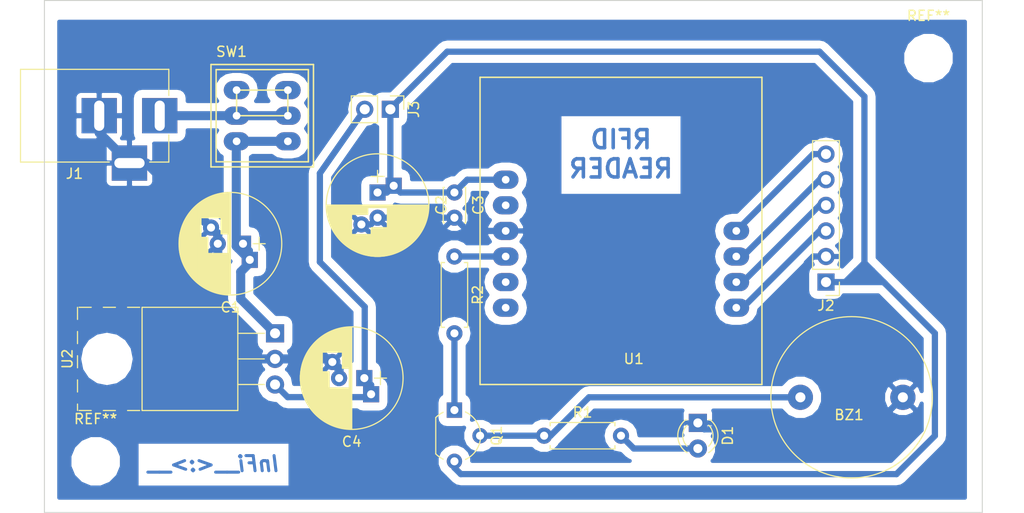
<source format=kicad_pcb>
(kicad_pcb (version 4) (host pcbnew 4.0.7)

  (general
    (links 37)
    (no_connects 0)
    (area 67.612857 62.179999 169.877143 113.525)
    (thickness 1.6)
    (drawings 7)
    (tracks 103)
    (zones 0)
    (modules 17)
    (nets 18)
  )

  (page A4)
  (layers
    (0 F.Cu signal)
    (31 B.Cu signal)
    (32 B.Adhes user)
    (33 F.Adhes user)
    (34 B.Paste user)
    (35 F.Paste user)
    (36 B.SilkS user)
    (37 F.SilkS user)
    (38 B.Mask user)
    (39 F.Mask user)
    (40 Dwgs.User user)
    (41 Cmts.User user)
    (42 Eco1.User user)
    (43 Eco2.User user)
    (44 Edge.Cuts user)
    (45 Margin user)
    (46 B.CrtYd user)
    (47 F.CrtYd user)
    (48 B.Fab user)
    (49 F.Fab user)
  )

  (setup
    (last_trace_width 0.62)
    (trace_clearance 0.5)
    (zone_clearance 0.8)
    (zone_45_only yes)
    (trace_min 0.2)
    (segment_width 0.2)
    (edge_width 0.1)
    (via_size 0.6)
    (via_drill 0.4)
    (via_min_size 0.4)
    (via_min_drill 0.3)
    (uvia_size 0.3)
    (uvia_drill 0.1)
    (uvias_allowed no)
    (uvia_min_size 0.2)
    (uvia_min_drill 0.1)
    (pcb_text_width 0.3)
    (pcb_text_size 1.5 1.5)
    (mod_edge_width 0.15)
    (mod_text_size 1 1)
    (mod_text_width 0.15)
    (pad_size 1.5 1.5)
    (pad_drill 0.6)
    (pad_to_mask_clearance 0)
    (aux_axis_origin 0 0)
    (visible_elements 7FFFFFFF)
    (pcbplotparams
      (layerselection 0x00030_80000001)
      (usegerberextensions false)
      (excludeedgelayer true)
      (linewidth 0.100000)
      (plotframeref false)
      (viasonmask false)
      (mode 1)
      (useauxorigin false)
      (hpglpennumber 1)
      (hpglpenspeed 20)
      (hpglpendiameter 15)
      (hpglpenoverlay 2)
      (psnegative false)
      (psa4output false)
      (plotreference true)
      (plotvalue true)
      (plotinvisibletext false)
      (padsonsilk false)
      (subtractmaskfromsilk false)
      (outputformat 1)
      (mirror false)
      (drillshape 1)
      (scaleselection 1)
      (outputdirectory ./))
  )

  (net 0 "")
  (net 1 VCC)
  (net 2 GND)
  (net 3 "Net-(R2-Pad1)")
  (net 4 "Net-(U1-Pad4)")
  (net 5 "Net-(U1-Pad5)")
  (net 6 "Net-(J2-Pad3)")
  (net 7 "Net-(J2-Pad4)")
  (net 8 "Net-(J2-Pad5)")
  (net 9 "Net-(J2-Pad6)")
  (net 10 "Net-(BZ1-Pad2)")
  (net 11 VCOM)
  (net 12 "Net-(D1-Pad2)")
  (net 13 "Net-(J1-Pad1)")
  (net 14 "Net-(Q1-Pad1)")
  (net 15 "Net-(SW1-Pad3)")
  (net 16 "Net-(SW1-Pad6)")
  (net 17 "Net-(C4-Pad1)")

  (net_class Default "This is the default net class."
    (clearance 0.5)
    (trace_width 0.62)
    (via_dia 0.6)
    (via_drill 0.4)
    (uvia_dia 0.3)
    (uvia_drill 0.1)
    (add_net GND)
    (add_net "Net-(BZ1-Pad2)")
    (add_net "Net-(C4-Pad1)")
    (add_net "Net-(D1-Pad2)")
    (add_net "Net-(J1-Pad1)")
    (add_net "Net-(J2-Pad3)")
    (add_net "Net-(J2-Pad4)")
    (add_net "Net-(J2-Pad5)")
    (add_net "Net-(J2-Pad6)")
    (add_net "Net-(Q1-Pad1)")
    (add_net "Net-(R2-Pad1)")
    (add_net "Net-(SW1-Pad3)")
    (add_net "Net-(SW1-Pad6)")
    (add_net "Net-(U1-Pad4)")
    (add_net "Net-(U1-Pad5)")
    (add_net VCC)
    (add_net VCOM)
  )

  (module FOOT:EM18 (layer F.Cu) (tedit 5AD83D67) (tstamp 5AD85B62)
    (at 130.81 85.09)
    (path /5AD83894)
    (fp_text reference U1 (at 0 12.7) (layer F.SilkS)
      (effects (font (size 1 1) (thickness 0.15)))
    )
    (fp_text value EM18 (at 0 -10.16) (layer F.Fab)
      (effects (font (size 1 1) (thickness 0.15)))
    )
    (fp_line (start 12.7 15.24) (end -15.24 15.24) (layer F.SilkS) (width 0.15))
    (fp_line (start 12.7 -15.24) (end 12.7 15.24) (layer F.SilkS) (width 0.15))
    (fp_line (start -15.24 -15.24) (end 12.7 -15.24) (layer F.SilkS) (width 0.15))
    (fp_line (start -15.24 15.24) (end -15.24 -15.24) (layer F.SilkS) (width 0.15))
    (pad 1 thru_hole oval (at -12.7 -5.08) (size 2.54 1.8) (drill 0.762) (layers *.Cu *.Mask)
      (net 1 VCC))
    (pad 2 thru_hole oval (at -12.7 0) (size 2.54 1.8) (drill 0.762) (layers *.Cu *.Mask)
      (net 2 GND))
    (pad 3 thru_hole oval (at -12.7 2.54) (size 2.54 1.8) (drill 0.762) (layers *.Cu *.Mask)
      (net 3 "Net-(R2-Pad1)"))
    (pad 4 thru_hole oval (at -12.7 5.08) (size 2.54 1.8) (drill 0.762) (layers *.Cu *.Mask)
      (net 4 "Net-(U1-Pad4)"))
    (pad 5 thru_hole oval (at -12.7 7.62) (size 2.54 1.8) (drill 0.762) (layers *.Cu *.Mask)
      (net 5 "Net-(U1-Pad5)"))
    (pad 6 thru_hole oval (at 10.16 7.62) (size 2.54 1.8) (drill 0.762) (layers *.Cu *.Mask)
      (net 6 "Net-(J2-Pad3)"))
    (pad 7 thru_hole oval (at 10.16 5.08) (size 2.54 1.8) (drill 0.762) (layers *.Cu *.Mask)
      (net 7 "Net-(J2-Pad4)"))
    (pad 8 thru_hole oval (at 10.16 2.54) (size 2.54 1.8) (drill 0.762) (layers *.Cu *.Mask)
      (net 8 "Net-(J2-Pad5)"))
    (pad 9 thru_hole oval (at 10.16 0) (size 2.54 1.8) (drill 0.762) (layers *.Cu *.Mask)
      (net 9 "Net-(J2-Pad6)"))
    (pad 10 thru_hole oval (at -12.7 -2.54) (size 2.54 1.8) (drill 0.762) (layers *.Cu *.Mask))
  )

  (module Buzzers_Beepers:BUZZER (layer F.Cu) (tedit 0) (tstamp 5AD8607F)
    (at 152.4 101.6 180)
    (path /5AD8503D)
    (fp_text reference BZ1 (at 0.24892 -1.75006 180) (layer F.SilkS)
      (effects (font (size 1 1) (thickness 0.15)))
    )
    (fp_text value Buzzer (at 0 1.50114 180) (layer F.Fab)
      (effects (font (size 1 1) (thickness 0.15)))
    )
    (fp_circle (center 0 0) (end 8.001 0.24892) (layer F.SilkS) (width 0.12))
    (pad 2 thru_hole circle (at 5.08 0 180) (size 2.49936 2.49936) (drill 1.00076) (layers *.Cu *.Mask)
      (net 10 "Net-(BZ1-Pad2)"))
    (pad 1 thru_hole circle (at -5.08 0 180) (size 2.49936 2.49936) (drill 1.00076) (layers *.Cu *.Mask)
      (net 2 GND))
  )

  (module Capacitors_THT:CP_Radial_D10.0mm_P2.50mm_P5.00mm (layer F.Cu) (tedit 597BC7C2) (tstamp 5AD86087)
    (at 92.075 86.36 180)
    (descr "CP, Radial series, Radial, pin pitch=2.50mm 5.00mm, , diameter=10mm, Electrolytic Capacitor")
    (tags "CP Radial series Radial pin pitch 2.50mm 5.00mm  diameter 10mm Electrolytic Capacitor")
    (path /5AD859F5)
    (fp_text reference C1 (at 1.25 -6.31 180) (layer F.SilkS)
      (effects (font (size 1 1) (thickness 0.15)))
    )
    (fp_text value 10uF (at 1.25 6.31 180) (layer F.Fab)
      (effects (font (size 1 1) (thickness 0.15)))
    )
    (fp_circle (center 1.25 0) (end 6.25 0) (layer F.Fab) (width 0.1))
    (fp_circle (center 1.25 0) (end 6.34 0) (layer F.SilkS) (width 0.12))
    (fp_line (start -2.2 0) (end -1 0) (layer F.Fab) (width 0.1))
    (fp_line (start -1.6 -0.65) (end -1.6 0.65) (layer F.Fab) (width 0.1))
    (fp_line (start 1.25 -5.05) (end 1.25 5.05) (layer F.SilkS) (width 0.12))
    (fp_line (start 1.29 -5.05) (end 1.29 5.05) (layer F.SilkS) (width 0.12))
    (fp_line (start 1.33 -5.05) (end 1.33 5.05) (layer F.SilkS) (width 0.12))
    (fp_line (start 1.37 -5.049) (end 1.37 5.049) (layer F.SilkS) (width 0.12))
    (fp_line (start 1.41 -5.048) (end 1.41 5.048) (layer F.SilkS) (width 0.12))
    (fp_line (start 1.45 -5.047) (end 1.45 5.047) (layer F.SilkS) (width 0.12))
    (fp_line (start 1.49 -5.045) (end 1.49 5.045) (layer F.SilkS) (width 0.12))
    (fp_line (start 1.53 -5.043) (end 1.53 -0.98) (layer F.SilkS) (width 0.12))
    (fp_line (start 1.53 0.98) (end 1.53 5.043) (layer F.SilkS) (width 0.12))
    (fp_line (start 1.57 -5.04) (end 1.57 -0.98) (layer F.SilkS) (width 0.12))
    (fp_line (start 1.57 0.98) (end 1.57 5.04) (layer F.SilkS) (width 0.12))
    (fp_line (start 1.61 -5.038) (end 1.61 -0.98) (layer F.SilkS) (width 0.12))
    (fp_line (start 1.61 0.98) (end 1.61 5.038) (layer F.SilkS) (width 0.12))
    (fp_line (start 1.65 -5.035) (end 1.65 -0.98) (layer F.SilkS) (width 0.12))
    (fp_line (start 1.65 0.98) (end 1.65 5.035) (layer F.SilkS) (width 0.12))
    (fp_line (start 1.69 -5.031) (end 1.69 -0.98) (layer F.SilkS) (width 0.12))
    (fp_line (start 1.69 0.98) (end 1.69 5.031) (layer F.SilkS) (width 0.12))
    (fp_line (start 1.73 -5.028) (end 1.73 -0.98) (layer F.SilkS) (width 0.12))
    (fp_line (start 1.73 0.98) (end 1.73 5.028) (layer F.SilkS) (width 0.12))
    (fp_line (start 1.77 -5.024) (end 1.77 -0.98) (layer F.SilkS) (width 0.12))
    (fp_line (start 1.77 0.98) (end 1.77 5.024) (layer F.SilkS) (width 0.12))
    (fp_line (start 1.81 -5.02) (end 1.81 -0.98) (layer F.SilkS) (width 0.12))
    (fp_line (start 1.81 0.98) (end 1.81 5.02) (layer F.SilkS) (width 0.12))
    (fp_line (start 1.85 -5.015) (end 1.85 -0.98) (layer F.SilkS) (width 0.12))
    (fp_line (start 1.85 0.98) (end 1.85 5.015) (layer F.SilkS) (width 0.12))
    (fp_line (start 1.89 -5.01) (end 1.89 -0.98) (layer F.SilkS) (width 0.12))
    (fp_line (start 1.89 0.98) (end 1.89 5.01) (layer F.SilkS) (width 0.12))
    (fp_line (start 1.93 -5.005) (end 1.93 -0.98) (layer F.SilkS) (width 0.12))
    (fp_line (start 1.93 0.98) (end 1.93 5.005) (layer F.SilkS) (width 0.12))
    (fp_line (start 1.971 -4.999) (end 1.971 -0.98) (layer F.SilkS) (width 0.12))
    (fp_line (start 1.971 0.98) (end 1.971 4.999) (layer F.SilkS) (width 0.12))
    (fp_line (start 2.011 -4.993) (end 2.011 -0.98) (layer F.SilkS) (width 0.12))
    (fp_line (start 2.011 0.98) (end 2.011 4.993) (layer F.SilkS) (width 0.12))
    (fp_line (start 2.051 -4.987) (end 2.051 -0.98) (layer F.SilkS) (width 0.12))
    (fp_line (start 2.051 0.98) (end 2.051 4.987) (layer F.SilkS) (width 0.12))
    (fp_line (start 2.091 -4.981) (end 2.091 -0.98) (layer F.SilkS) (width 0.12))
    (fp_line (start 2.091 0.98) (end 2.091 4.981) (layer F.SilkS) (width 0.12))
    (fp_line (start 2.131 -4.974) (end 2.131 -0.98) (layer F.SilkS) (width 0.12))
    (fp_line (start 2.131 0.98) (end 2.131 4.974) (layer F.SilkS) (width 0.12))
    (fp_line (start 2.171 -4.967) (end 2.171 -0.98) (layer F.SilkS) (width 0.12))
    (fp_line (start 2.171 0.98) (end 2.171 4.967) (layer F.SilkS) (width 0.12))
    (fp_line (start 2.211 -4.959) (end 2.211 -0.98) (layer F.SilkS) (width 0.12))
    (fp_line (start 2.211 2.58) (end 2.211 4.959) (layer F.SilkS) (width 0.12))
    (fp_line (start 2.251 -4.951) (end 2.251 -0.98) (layer F.SilkS) (width 0.12))
    (fp_line (start 2.251 2.58) (end 2.251 4.951) (layer F.SilkS) (width 0.12))
    (fp_line (start 2.291 -4.943) (end 2.291 -0.98) (layer F.SilkS) (width 0.12))
    (fp_line (start 2.291 2.58) (end 2.291 4.943) (layer F.SilkS) (width 0.12))
    (fp_line (start 2.331 -4.935) (end 2.331 -0.98) (layer F.SilkS) (width 0.12))
    (fp_line (start 2.331 2.58) (end 2.331 4.935) (layer F.SilkS) (width 0.12))
    (fp_line (start 2.371 -4.926) (end 2.371 -0.98) (layer F.SilkS) (width 0.12))
    (fp_line (start 2.371 2.58) (end 2.371 4.926) (layer F.SilkS) (width 0.12))
    (fp_line (start 2.411 -4.917) (end 2.411 -0.98) (layer F.SilkS) (width 0.12))
    (fp_line (start 2.411 2.58) (end 2.411 4.917) (layer F.SilkS) (width 0.12))
    (fp_line (start 2.451 -4.907) (end 2.451 -0.98) (layer F.SilkS) (width 0.12))
    (fp_line (start 2.451 2.58) (end 2.451 4.907) (layer F.SilkS) (width 0.12))
    (fp_line (start 2.491 -4.897) (end 2.491 -0.98) (layer F.SilkS) (width 0.12))
    (fp_line (start 2.491 2.58) (end 2.491 4.897) (layer F.SilkS) (width 0.12))
    (fp_line (start 2.531 -4.887) (end 2.531 -0.98) (layer F.SilkS) (width 0.12))
    (fp_line (start 2.531 2.58) (end 2.531 4.887) (layer F.SilkS) (width 0.12))
    (fp_line (start 2.571 -4.876) (end 2.571 -0.98) (layer F.SilkS) (width 0.12))
    (fp_line (start 2.571 2.58) (end 2.571 4.876) (layer F.SilkS) (width 0.12))
    (fp_line (start 2.611 -4.865) (end 2.611 -0.98) (layer F.SilkS) (width 0.12))
    (fp_line (start 2.611 2.58) (end 2.611 4.865) (layer F.SilkS) (width 0.12))
    (fp_line (start 2.651 -4.854) (end 2.651 -0.98) (layer F.SilkS) (width 0.12))
    (fp_line (start 2.651 2.58) (end 2.651 4.854) (layer F.SilkS) (width 0.12))
    (fp_line (start 2.691 -4.843) (end 2.691 -0.98) (layer F.SilkS) (width 0.12))
    (fp_line (start 2.691 2.58) (end 2.691 4.843) (layer F.SilkS) (width 0.12))
    (fp_line (start 2.731 -4.831) (end 2.731 -0.98) (layer F.SilkS) (width 0.12))
    (fp_line (start 2.731 2.58) (end 2.731 4.831) (layer F.SilkS) (width 0.12))
    (fp_line (start 2.771 -4.818) (end 2.771 -0.98) (layer F.SilkS) (width 0.12))
    (fp_line (start 2.771 2.58) (end 2.771 4.818) (layer F.SilkS) (width 0.12))
    (fp_line (start 2.811 -4.806) (end 2.811 -0.98) (layer F.SilkS) (width 0.12))
    (fp_line (start 2.811 2.58) (end 2.811 4.806) (layer F.SilkS) (width 0.12))
    (fp_line (start 2.851 -4.792) (end 2.851 -0.98) (layer F.SilkS) (width 0.12))
    (fp_line (start 2.851 2.58) (end 2.851 4.792) (layer F.SilkS) (width 0.12))
    (fp_line (start 2.891 -4.779) (end 2.891 -0.98) (layer F.SilkS) (width 0.12))
    (fp_line (start 2.891 2.58) (end 2.891 4.779) (layer F.SilkS) (width 0.12))
    (fp_line (start 2.931 -4.765) (end 2.931 -0.98) (layer F.SilkS) (width 0.12))
    (fp_line (start 2.931 2.58) (end 2.931 4.765) (layer F.SilkS) (width 0.12))
    (fp_line (start 2.971 -4.751) (end 2.971 -0.98) (layer F.SilkS) (width 0.12))
    (fp_line (start 2.971 2.58) (end 2.971 4.751) (layer F.SilkS) (width 0.12))
    (fp_line (start 3.011 -4.737) (end 3.011 -0.98) (layer F.SilkS) (width 0.12))
    (fp_line (start 3.011 2.58) (end 3.011 4.737) (layer F.SilkS) (width 0.12))
    (fp_line (start 3.051 -4.722) (end 3.051 -0.98) (layer F.SilkS) (width 0.12))
    (fp_line (start 3.051 2.58) (end 3.051 4.722) (layer F.SilkS) (width 0.12))
    (fp_line (start 3.091 -4.706) (end 3.091 -0.98) (layer F.SilkS) (width 0.12))
    (fp_line (start 3.091 2.58) (end 3.091 4.706) (layer F.SilkS) (width 0.12))
    (fp_line (start 3.131 -4.691) (end 3.131 -0.98) (layer F.SilkS) (width 0.12))
    (fp_line (start 3.131 2.58) (end 3.131 4.691) (layer F.SilkS) (width 0.12))
    (fp_line (start 3.171 -4.674) (end 3.171 -0.98) (layer F.SilkS) (width 0.12))
    (fp_line (start 3.171 2.58) (end 3.171 4.674) (layer F.SilkS) (width 0.12))
    (fp_line (start 3.211 -4.658) (end 3.211 -0.98) (layer F.SilkS) (width 0.12))
    (fp_line (start 3.211 2.58) (end 3.211 4.658) (layer F.SilkS) (width 0.12))
    (fp_line (start 3.251 -4.641) (end 3.251 -0.98) (layer F.SilkS) (width 0.12))
    (fp_line (start 3.251 2.58) (end 3.251 4.641) (layer F.SilkS) (width 0.12))
    (fp_line (start 3.291 -4.624) (end 3.291 -0.98) (layer F.SilkS) (width 0.12))
    (fp_line (start 3.291 2.58) (end 3.291 4.624) (layer F.SilkS) (width 0.12))
    (fp_line (start 3.331 -4.606) (end 3.331 -0.98) (layer F.SilkS) (width 0.12))
    (fp_line (start 3.331 2.58) (end 3.331 4.606) (layer F.SilkS) (width 0.12))
    (fp_line (start 3.371 -4.588) (end 3.371 -0.98) (layer F.SilkS) (width 0.12))
    (fp_line (start 3.371 2.58) (end 3.371 4.588) (layer F.SilkS) (width 0.12))
    (fp_line (start 3.411 -4.569) (end 3.411 -0.98) (layer F.SilkS) (width 0.12))
    (fp_line (start 3.411 2.58) (end 3.411 4.569) (layer F.SilkS) (width 0.12))
    (fp_line (start 3.451 -4.55) (end 3.451 -0.98) (layer F.SilkS) (width 0.12))
    (fp_line (start 3.451 2.58) (end 3.451 4.55) (layer F.SilkS) (width 0.12))
    (fp_line (start 3.491 -4.531) (end 3.491 0.621) (layer F.SilkS) (width 0.12))
    (fp_line (start 3.491 2.58) (end 3.491 4.531) (layer F.SilkS) (width 0.12))
    (fp_line (start 3.531 -4.511) (end 3.531 0.621) (layer F.SilkS) (width 0.12))
    (fp_line (start 3.531 2.58) (end 3.531 4.511) (layer F.SilkS) (width 0.12))
    (fp_line (start 3.571 -4.491) (end 3.571 0.621) (layer F.SilkS) (width 0.12))
    (fp_line (start 3.571 2.58) (end 3.571 4.491) (layer F.SilkS) (width 0.12))
    (fp_line (start 3.611 -4.47) (end 3.611 0.621) (layer F.SilkS) (width 0.12))
    (fp_line (start 3.611 2.58) (end 3.611 4.47) (layer F.SilkS) (width 0.12))
    (fp_line (start 3.651 -4.449) (end 3.651 0.621) (layer F.SilkS) (width 0.12))
    (fp_line (start 3.651 2.58) (end 3.651 4.449) (layer F.SilkS) (width 0.12))
    (fp_line (start 3.691 -4.428) (end 3.691 0.621) (layer F.SilkS) (width 0.12))
    (fp_line (start 3.691 2.58) (end 3.691 4.428) (layer F.SilkS) (width 0.12))
    (fp_line (start 3.731 -4.405) (end 3.731 0.621) (layer F.SilkS) (width 0.12))
    (fp_line (start 3.731 2.58) (end 3.731 4.405) (layer F.SilkS) (width 0.12))
    (fp_line (start 3.771 -4.383) (end 3.771 0.621) (layer F.SilkS) (width 0.12))
    (fp_line (start 3.771 2.58) (end 3.771 4.383) (layer F.SilkS) (width 0.12))
    (fp_line (start 3.811 -4.36) (end 3.811 0.621) (layer F.SilkS) (width 0.12))
    (fp_line (start 3.811 2.58) (end 3.811 4.36) (layer F.SilkS) (width 0.12))
    (fp_line (start 3.851 -4.336) (end 3.851 0.621) (layer F.SilkS) (width 0.12))
    (fp_line (start 3.851 2.58) (end 3.851 4.336) (layer F.SilkS) (width 0.12))
    (fp_line (start 3.891 -4.312) (end 3.891 0.621) (layer F.SilkS) (width 0.12))
    (fp_line (start 3.891 2.58) (end 3.891 4.312) (layer F.SilkS) (width 0.12))
    (fp_line (start 3.931 -4.288) (end 3.931 0.621) (layer F.SilkS) (width 0.12))
    (fp_line (start 3.931 2.58) (end 3.931 4.288) (layer F.SilkS) (width 0.12))
    (fp_line (start 3.971 -4.263) (end 3.971 0.621) (layer F.SilkS) (width 0.12))
    (fp_line (start 3.971 2.58) (end 3.971 4.263) (layer F.SilkS) (width 0.12))
    (fp_line (start 4.011 -4.237) (end 4.011 0.621) (layer F.SilkS) (width 0.12))
    (fp_line (start 4.011 2.58) (end 4.011 4.237) (layer F.SilkS) (width 0.12))
    (fp_line (start 4.051 -4.211) (end 4.051 0.621) (layer F.SilkS) (width 0.12))
    (fp_line (start 4.051 2.58) (end 4.051 4.211) (layer F.SilkS) (width 0.12))
    (fp_line (start 4.091 -4.185) (end 4.091 0.621) (layer F.SilkS) (width 0.12))
    (fp_line (start 4.091 2.58) (end 4.091 4.185) (layer F.SilkS) (width 0.12))
    (fp_line (start 4.131 -4.157) (end 4.131 0.621) (layer F.SilkS) (width 0.12))
    (fp_line (start 4.131 2.58) (end 4.131 4.157) (layer F.SilkS) (width 0.12))
    (fp_line (start 4.171 -4.13) (end 4.171 4.13) (layer F.SilkS) (width 0.12))
    (fp_line (start 4.211 -4.101) (end 4.211 4.101) (layer F.SilkS) (width 0.12))
    (fp_line (start 4.251 -4.072) (end 4.251 4.072) (layer F.SilkS) (width 0.12))
    (fp_line (start 4.291 -4.043) (end 4.291 4.043) (layer F.SilkS) (width 0.12))
    (fp_line (start 4.331 -4.013) (end 4.331 4.013) (layer F.SilkS) (width 0.12))
    (fp_line (start 4.371 -3.982) (end 4.371 3.982) (layer F.SilkS) (width 0.12))
    (fp_line (start 4.411 -3.951) (end 4.411 3.951) (layer F.SilkS) (width 0.12))
    (fp_line (start 4.451 -3.919) (end 4.451 3.919) (layer F.SilkS) (width 0.12))
    (fp_line (start 4.491 -3.886) (end 4.491 3.886) (layer F.SilkS) (width 0.12))
    (fp_line (start 4.531 -3.853) (end 4.531 3.853) (layer F.SilkS) (width 0.12))
    (fp_line (start 4.571 -3.819) (end 4.571 3.819) (layer F.SilkS) (width 0.12))
    (fp_line (start 4.611 -3.784) (end 4.611 3.784) (layer F.SilkS) (width 0.12))
    (fp_line (start 4.651 -3.748) (end 4.651 3.748) (layer F.SilkS) (width 0.12))
    (fp_line (start 4.691 -3.712) (end 4.691 3.712) (layer F.SilkS) (width 0.12))
    (fp_line (start 4.731 -3.675) (end 4.731 3.675) (layer F.SilkS) (width 0.12))
    (fp_line (start 4.771 -3.637) (end 4.771 3.637) (layer F.SilkS) (width 0.12))
    (fp_line (start 4.811 -3.598) (end 4.811 3.598) (layer F.SilkS) (width 0.12))
    (fp_line (start 4.851 -3.559) (end 4.851 3.559) (layer F.SilkS) (width 0.12))
    (fp_line (start 4.891 -3.518) (end 4.891 3.518) (layer F.SilkS) (width 0.12))
    (fp_line (start 4.931 -3.477) (end 4.931 3.477) (layer F.SilkS) (width 0.12))
    (fp_line (start 4.971 -3.435) (end 4.971 3.435) (layer F.SilkS) (width 0.12))
    (fp_line (start 5.011 -3.391) (end 5.011 3.391) (layer F.SilkS) (width 0.12))
    (fp_line (start 5.051 -3.347) (end 5.051 3.347) (layer F.SilkS) (width 0.12))
    (fp_line (start 5.091 -3.302) (end 5.091 3.302) (layer F.SilkS) (width 0.12))
    (fp_line (start 5.131 -3.255) (end 5.131 3.255) (layer F.SilkS) (width 0.12))
    (fp_line (start 5.171 -3.207) (end 5.171 3.207) (layer F.SilkS) (width 0.12))
    (fp_line (start 5.211 -3.158) (end 5.211 3.158) (layer F.SilkS) (width 0.12))
    (fp_line (start 5.251 -3.108) (end 5.251 3.108) (layer F.SilkS) (width 0.12))
    (fp_line (start 5.291 -3.057) (end 5.291 3.057) (layer F.SilkS) (width 0.12))
    (fp_line (start 5.331 -3.004) (end 5.331 3.004) (layer F.SilkS) (width 0.12))
    (fp_line (start 5.371 -2.949) (end 5.371 2.949) (layer F.SilkS) (width 0.12))
    (fp_line (start 5.411 -2.894) (end 5.411 2.894) (layer F.SilkS) (width 0.12))
    (fp_line (start 5.451 -2.836) (end 5.451 2.836) (layer F.SilkS) (width 0.12))
    (fp_line (start 5.491 -2.777) (end 5.491 2.777) (layer F.SilkS) (width 0.12))
    (fp_line (start 5.531 -2.715) (end 5.531 2.715) (layer F.SilkS) (width 0.12))
    (fp_line (start 5.571 -2.652) (end 5.571 2.652) (layer F.SilkS) (width 0.12))
    (fp_line (start 5.611 -2.587) (end 5.611 2.587) (layer F.SilkS) (width 0.12))
    (fp_line (start 5.651 -2.519) (end 5.651 2.519) (layer F.SilkS) (width 0.12))
    (fp_line (start 5.691 -2.449) (end 5.691 2.449) (layer F.SilkS) (width 0.12))
    (fp_line (start 5.731 -2.377) (end 5.731 2.377) (layer F.SilkS) (width 0.12))
    (fp_line (start 5.771 -2.301) (end 5.771 2.301) (layer F.SilkS) (width 0.12))
    (fp_line (start 5.811 -2.222) (end 5.811 2.222) (layer F.SilkS) (width 0.12))
    (fp_line (start 5.851 -2.14) (end 5.851 2.14) (layer F.SilkS) (width 0.12))
    (fp_line (start 5.891 -2.053) (end 5.891 2.053) (layer F.SilkS) (width 0.12))
    (fp_line (start 5.931 -1.962) (end 5.931 1.962) (layer F.SilkS) (width 0.12))
    (fp_line (start 5.971 -1.866) (end 5.971 1.866) (layer F.SilkS) (width 0.12))
    (fp_line (start 6.011 -1.763) (end 6.011 1.763) (layer F.SilkS) (width 0.12))
    (fp_line (start 6.051 -1.654) (end 6.051 1.654) (layer F.SilkS) (width 0.12))
    (fp_line (start 6.091 -1.536) (end 6.091 1.536) (layer F.SilkS) (width 0.12))
    (fp_line (start 6.131 -1.407) (end 6.131 1.407) (layer F.SilkS) (width 0.12))
    (fp_line (start 6.171 -1.265) (end 6.171 1.265) (layer F.SilkS) (width 0.12))
    (fp_line (start 6.211 -1.104) (end 6.211 1.104) (layer F.SilkS) (width 0.12))
    (fp_line (start 6.251 -0.913) (end 6.251 0.913) (layer F.SilkS) (width 0.12))
    (fp_line (start 6.291 -0.672) (end 6.291 0.672) (layer F.SilkS) (width 0.12))
    (fp_line (start 6.331 -0.279) (end 6.331 0.279) (layer F.SilkS) (width 0.12))
    (fp_line (start -2.2 0) (end -1 0) (layer F.SilkS) (width 0.12))
    (fp_line (start -1.6 -0.65) (end -1.6 0.65) (layer F.SilkS) (width 0.12))
    (fp_line (start -4.1 -5.35) (end -4.1 5.35) (layer F.CrtYd) (width 0.05))
    (fp_line (start -4.1 5.35) (end 6.6 5.35) (layer F.CrtYd) (width 0.05))
    (fp_line (start 6.6 5.35) (end 6.6 -5.35) (layer F.CrtYd) (width 0.05))
    (fp_line (start 6.6 -5.35) (end -4.1 -5.35) (layer F.CrtYd) (width 0.05))
    (fp_text user %R (at 1.25 0 180) (layer F.Fab)
      (effects (font (size 1 1) (thickness 0.15)))
    )
    (pad 1 thru_hole rect (at 0 0 180) (size 1.6 1.6) (drill 0.8) (layers *.Cu *.Mask)
      (net 11 VCOM))
    (pad 2 thru_hole circle (at 2.5 0 180) (size 1.6 1.6) (drill 0.8) (layers *.Cu *.Mask)
      (net 2 GND))
    (pad 1 thru_hole rect (at -0.670937 -1.6 180) (size 1.6 1.6) (drill 0.8) (layers *.Cu *.Mask)
      (net 11 VCOM))
    (pad 2 thru_hole circle (at 3.170937 1.6 180) (size 1.6 1.6) (drill 0.8) (layers *.Cu *.Mask)
      (net 2 GND))
    (model ${KISYS3DMOD}/Capacitors_THT.3dshapes/CP_Radial_D10.0mm_P2.50mm_P5.00mm.wrl
      (at (xyz 0 0 0))
      (scale (xyz 1 1 1))
      (rotate (xyz 0 0 0))
    )
  )

  (module Capacitors_THT:CP_Radial_D10.0mm_P2.50mm_P5.00mm (layer F.Cu) (tedit 597BC7C2) (tstamp 5AD8608F)
    (at 105.41 81.28 270)
    (descr "CP, Radial series, Radial, pin pitch=2.50mm 5.00mm, , diameter=10mm, Electrolytic Capacitor")
    (tags "CP Radial series Radial pin pitch 2.50mm 5.00mm  diameter 10mm Electrolytic Capacitor")
    (path /5AD84A66)
    (fp_text reference C2 (at 1.25 -6.31 270) (layer F.SilkS)
      (effects (font (size 1 1) (thickness 0.15)))
    )
    (fp_text value 100uF (at 1.25 6.31 270) (layer F.Fab)
      (effects (font (size 1 1) (thickness 0.15)))
    )
    (fp_circle (center 1.25 0) (end 6.25 0) (layer F.Fab) (width 0.1))
    (fp_circle (center 1.25 0) (end 6.34 0) (layer F.SilkS) (width 0.12))
    (fp_line (start -2.2 0) (end -1 0) (layer F.Fab) (width 0.1))
    (fp_line (start -1.6 -0.65) (end -1.6 0.65) (layer F.Fab) (width 0.1))
    (fp_line (start 1.25 -5.05) (end 1.25 5.05) (layer F.SilkS) (width 0.12))
    (fp_line (start 1.29 -5.05) (end 1.29 5.05) (layer F.SilkS) (width 0.12))
    (fp_line (start 1.33 -5.05) (end 1.33 5.05) (layer F.SilkS) (width 0.12))
    (fp_line (start 1.37 -5.049) (end 1.37 5.049) (layer F.SilkS) (width 0.12))
    (fp_line (start 1.41 -5.048) (end 1.41 5.048) (layer F.SilkS) (width 0.12))
    (fp_line (start 1.45 -5.047) (end 1.45 5.047) (layer F.SilkS) (width 0.12))
    (fp_line (start 1.49 -5.045) (end 1.49 5.045) (layer F.SilkS) (width 0.12))
    (fp_line (start 1.53 -5.043) (end 1.53 -0.98) (layer F.SilkS) (width 0.12))
    (fp_line (start 1.53 0.98) (end 1.53 5.043) (layer F.SilkS) (width 0.12))
    (fp_line (start 1.57 -5.04) (end 1.57 -0.98) (layer F.SilkS) (width 0.12))
    (fp_line (start 1.57 0.98) (end 1.57 5.04) (layer F.SilkS) (width 0.12))
    (fp_line (start 1.61 -5.038) (end 1.61 -0.98) (layer F.SilkS) (width 0.12))
    (fp_line (start 1.61 0.98) (end 1.61 5.038) (layer F.SilkS) (width 0.12))
    (fp_line (start 1.65 -5.035) (end 1.65 -0.98) (layer F.SilkS) (width 0.12))
    (fp_line (start 1.65 0.98) (end 1.65 5.035) (layer F.SilkS) (width 0.12))
    (fp_line (start 1.69 -5.031) (end 1.69 -0.98) (layer F.SilkS) (width 0.12))
    (fp_line (start 1.69 0.98) (end 1.69 5.031) (layer F.SilkS) (width 0.12))
    (fp_line (start 1.73 -5.028) (end 1.73 -0.98) (layer F.SilkS) (width 0.12))
    (fp_line (start 1.73 0.98) (end 1.73 5.028) (layer F.SilkS) (width 0.12))
    (fp_line (start 1.77 -5.024) (end 1.77 -0.98) (layer F.SilkS) (width 0.12))
    (fp_line (start 1.77 0.98) (end 1.77 5.024) (layer F.SilkS) (width 0.12))
    (fp_line (start 1.81 -5.02) (end 1.81 -0.98) (layer F.SilkS) (width 0.12))
    (fp_line (start 1.81 0.98) (end 1.81 5.02) (layer F.SilkS) (width 0.12))
    (fp_line (start 1.85 -5.015) (end 1.85 -0.98) (layer F.SilkS) (width 0.12))
    (fp_line (start 1.85 0.98) (end 1.85 5.015) (layer F.SilkS) (width 0.12))
    (fp_line (start 1.89 -5.01) (end 1.89 -0.98) (layer F.SilkS) (width 0.12))
    (fp_line (start 1.89 0.98) (end 1.89 5.01) (layer F.SilkS) (width 0.12))
    (fp_line (start 1.93 -5.005) (end 1.93 -0.98) (layer F.SilkS) (width 0.12))
    (fp_line (start 1.93 0.98) (end 1.93 5.005) (layer F.SilkS) (width 0.12))
    (fp_line (start 1.971 -4.999) (end 1.971 -0.98) (layer F.SilkS) (width 0.12))
    (fp_line (start 1.971 0.98) (end 1.971 4.999) (layer F.SilkS) (width 0.12))
    (fp_line (start 2.011 -4.993) (end 2.011 -0.98) (layer F.SilkS) (width 0.12))
    (fp_line (start 2.011 0.98) (end 2.011 4.993) (layer F.SilkS) (width 0.12))
    (fp_line (start 2.051 -4.987) (end 2.051 -0.98) (layer F.SilkS) (width 0.12))
    (fp_line (start 2.051 0.98) (end 2.051 4.987) (layer F.SilkS) (width 0.12))
    (fp_line (start 2.091 -4.981) (end 2.091 -0.98) (layer F.SilkS) (width 0.12))
    (fp_line (start 2.091 0.98) (end 2.091 4.981) (layer F.SilkS) (width 0.12))
    (fp_line (start 2.131 -4.974) (end 2.131 -0.98) (layer F.SilkS) (width 0.12))
    (fp_line (start 2.131 0.98) (end 2.131 4.974) (layer F.SilkS) (width 0.12))
    (fp_line (start 2.171 -4.967) (end 2.171 -0.98) (layer F.SilkS) (width 0.12))
    (fp_line (start 2.171 0.98) (end 2.171 4.967) (layer F.SilkS) (width 0.12))
    (fp_line (start 2.211 -4.959) (end 2.211 -0.98) (layer F.SilkS) (width 0.12))
    (fp_line (start 2.211 2.58) (end 2.211 4.959) (layer F.SilkS) (width 0.12))
    (fp_line (start 2.251 -4.951) (end 2.251 -0.98) (layer F.SilkS) (width 0.12))
    (fp_line (start 2.251 2.58) (end 2.251 4.951) (layer F.SilkS) (width 0.12))
    (fp_line (start 2.291 -4.943) (end 2.291 -0.98) (layer F.SilkS) (width 0.12))
    (fp_line (start 2.291 2.58) (end 2.291 4.943) (layer F.SilkS) (width 0.12))
    (fp_line (start 2.331 -4.935) (end 2.331 -0.98) (layer F.SilkS) (width 0.12))
    (fp_line (start 2.331 2.58) (end 2.331 4.935) (layer F.SilkS) (width 0.12))
    (fp_line (start 2.371 -4.926) (end 2.371 -0.98) (layer F.SilkS) (width 0.12))
    (fp_line (start 2.371 2.58) (end 2.371 4.926) (layer F.SilkS) (width 0.12))
    (fp_line (start 2.411 -4.917) (end 2.411 -0.98) (layer F.SilkS) (width 0.12))
    (fp_line (start 2.411 2.58) (end 2.411 4.917) (layer F.SilkS) (width 0.12))
    (fp_line (start 2.451 -4.907) (end 2.451 -0.98) (layer F.SilkS) (width 0.12))
    (fp_line (start 2.451 2.58) (end 2.451 4.907) (layer F.SilkS) (width 0.12))
    (fp_line (start 2.491 -4.897) (end 2.491 -0.98) (layer F.SilkS) (width 0.12))
    (fp_line (start 2.491 2.58) (end 2.491 4.897) (layer F.SilkS) (width 0.12))
    (fp_line (start 2.531 -4.887) (end 2.531 -0.98) (layer F.SilkS) (width 0.12))
    (fp_line (start 2.531 2.58) (end 2.531 4.887) (layer F.SilkS) (width 0.12))
    (fp_line (start 2.571 -4.876) (end 2.571 -0.98) (layer F.SilkS) (width 0.12))
    (fp_line (start 2.571 2.58) (end 2.571 4.876) (layer F.SilkS) (width 0.12))
    (fp_line (start 2.611 -4.865) (end 2.611 -0.98) (layer F.SilkS) (width 0.12))
    (fp_line (start 2.611 2.58) (end 2.611 4.865) (layer F.SilkS) (width 0.12))
    (fp_line (start 2.651 -4.854) (end 2.651 -0.98) (layer F.SilkS) (width 0.12))
    (fp_line (start 2.651 2.58) (end 2.651 4.854) (layer F.SilkS) (width 0.12))
    (fp_line (start 2.691 -4.843) (end 2.691 -0.98) (layer F.SilkS) (width 0.12))
    (fp_line (start 2.691 2.58) (end 2.691 4.843) (layer F.SilkS) (width 0.12))
    (fp_line (start 2.731 -4.831) (end 2.731 -0.98) (layer F.SilkS) (width 0.12))
    (fp_line (start 2.731 2.58) (end 2.731 4.831) (layer F.SilkS) (width 0.12))
    (fp_line (start 2.771 -4.818) (end 2.771 -0.98) (layer F.SilkS) (width 0.12))
    (fp_line (start 2.771 2.58) (end 2.771 4.818) (layer F.SilkS) (width 0.12))
    (fp_line (start 2.811 -4.806) (end 2.811 -0.98) (layer F.SilkS) (width 0.12))
    (fp_line (start 2.811 2.58) (end 2.811 4.806) (layer F.SilkS) (width 0.12))
    (fp_line (start 2.851 -4.792) (end 2.851 -0.98) (layer F.SilkS) (width 0.12))
    (fp_line (start 2.851 2.58) (end 2.851 4.792) (layer F.SilkS) (width 0.12))
    (fp_line (start 2.891 -4.779) (end 2.891 -0.98) (layer F.SilkS) (width 0.12))
    (fp_line (start 2.891 2.58) (end 2.891 4.779) (layer F.SilkS) (width 0.12))
    (fp_line (start 2.931 -4.765) (end 2.931 -0.98) (layer F.SilkS) (width 0.12))
    (fp_line (start 2.931 2.58) (end 2.931 4.765) (layer F.SilkS) (width 0.12))
    (fp_line (start 2.971 -4.751) (end 2.971 -0.98) (layer F.SilkS) (width 0.12))
    (fp_line (start 2.971 2.58) (end 2.971 4.751) (layer F.SilkS) (width 0.12))
    (fp_line (start 3.011 -4.737) (end 3.011 -0.98) (layer F.SilkS) (width 0.12))
    (fp_line (start 3.011 2.58) (end 3.011 4.737) (layer F.SilkS) (width 0.12))
    (fp_line (start 3.051 -4.722) (end 3.051 -0.98) (layer F.SilkS) (width 0.12))
    (fp_line (start 3.051 2.58) (end 3.051 4.722) (layer F.SilkS) (width 0.12))
    (fp_line (start 3.091 -4.706) (end 3.091 -0.98) (layer F.SilkS) (width 0.12))
    (fp_line (start 3.091 2.58) (end 3.091 4.706) (layer F.SilkS) (width 0.12))
    (fp_line (start 3.131 -4.691) (end 3.131 -0.98) (layer F.SilkS) (width 0.12))
    (fp_line (start 3.131 2.58) (end 3.131 4.691) (layer F.SilkS) (width 0.12))
    (fp_line (start 3.171 -4.674) (end 3.171 -0.98) (layer F.SilkS) (width 0.12))
    (fp_line (start 3.171 2.58) (end 3.171 4.674) (layer F.SilkS) (width 0.12))
    (fp_line (start 3.211 -4.658) (end 3.211 -0.98) (layer F.SilkS) (width 0.12))
    (fp_line (start 3.211 2.58) (end 3.211 4.658) (layer F.SilkS) (width 0.12))
    (fp_line (start 3.251 -4.641) (end 3.251 -0.98) (layer F.SilkS) (width 0.12))
    (fp_line (start 3.251 2.58) (end 3.251 4.641) (layer F.SilkS) (width 0.12))
    (fp_line (start 3.291 -4.624) (end 3.291 -0.98) (layer F.SilkS) (width 0.12))
    (fp_line (start 3.291 2.58) (end 3.291 4.624) (layer F.SilkS) (width 0.12))
    (fp_line (start 3.331 -4.606) (end 3.331 -0.98) (layer F.SilkS) (width 0.12))
    (fp_line (start 3.331 2.58) (end 3.331 4.606) (layer F.SilkS) (width 0.12))
    (fp_line (start 3.371 -4.588) (end 3.371 -0.98) (layer F.SilkS) (width 0.12))
    (fp_line (start 3.371 2.58) (end 3.371 4.588) (layer F.SilkS) (width 0.12))
    (fp_line (start 3.411 -4.569) (end 3.411 -0.98) (layer F.SilkS) (width 0.12))
    (fp_line (start 3.411 2.58) (end 3.411 4.569) (layer F.SilkS) (width 0.12))
    (fp_line (start 3.451 -4.55) (end 3.451 -0.98) (layer F.SilkS) (width 0.12))
    (fp_line (start 3.451 2.58) (end 3.451 4.55) (layer F.SilkS) (width 0.12))
    (fp_line (start 3.491 -4.531) (end 3.491 0.621) (layer F.SilkS) (width 0.12))
    (fp_line (start 3.491 2.58) (end 3.491 4.531) (layer F.SilkS) (width 0.12))
    (fp_line (start 3.531 -4.511) (end 3.531 0.621) (layer F.SilkS) (width 0.12))
    (fp_line (start 3.531 2.58) (end 3.531 4.511) (layer F.SilkS) (width 0.12))
    (fp_line (start 3.571 -4.491) (end 3.571 0.621) (layer F.SilkS) (width 0.12))
    (fp_line (start 3.571 2.58) (end 3.571 4.491) (layer F.SilkS) (width 0.12))
    (fp_line (start 3.611 -4.47) (end 3.611 0.621) (layer F.SilkS) (width 0.12))
    (fp_line (start 3.611 2.58) (end 3.611 4.47) (layer F.SilkS) (width 0.12))
    (fp_line (start 3.651 -4.449) (end 3.651 0.621) (layer F.SilkS) (width 0.12))
    (fp_line (start 3.651 2.58) (end 3.651 4.449) (layer F.SilkS) (width 0.12))
    (fp_line (start 3.691 -4.428) (end 3.691 0.621) (layer F.SilkS) (width 0.12))
    (fp_line (start 3.691 2.58) (end 3.691 4.428) (layer F.SilkS) (width 0.12))
    (fp_line (start 3.731 -4.405) (end 3.731 0.621) (layer F.SilkS) (width 0.12))
    (fp_line (start 3.731 2.58) (end 3.731 4.405) (layer F.SilkS) (width 0.12))
    (fp_line (start 3.771 -4.383) (end 3.771 0.621) (layer F.SilkS) (width 0.12))
    (fp_line (start 3.771 2.58) (end 3.771 4.383) (layer F.SilkS) (width 0.12))
    (fp_line (start 3.811 -4.36) (end 3.811 0.621) (layer F.SilkS) (width 0.12))
    (fp_line (start 3.811 2.58) (end 3.811 4.36) (layer F.SilkS) (width 0.12))
    (fp_line (start 3.851 -4.336) (end 3.851 0.621) (layer F.SilkS) (width 0.12))
    (fp_line (start 3.851 2.58) (end 3.851 4.336) (layer F.SilkS) (width 0.12))
    (fp_line (start 3.891 -4.312) (end 3.891 0.621) (layer F.SilkS) (width 0.12))
    (fp_line (start 3.891 2.58) (end 3.891 4.312) (layer F.SilkS) (width 0.12))
    (fp_line (start 3.931 -4.288) (end 3.931 0.621) (layer F.SilkS) (width 0.12))
    (fp_line (start 3.931 2.58) (end 3.931 4.288) (layer F.SilkS) (width 0.12))
    (fp_line (start 3.971 -4.263) (end 3.971 0.621) (layer F.SilkS) (width 0.12))
    (fp_line (start 3.971 2.58) (end 3.971 4.263) (layer F.SilkS) (width 0.12))
    (fp_line (start 4.011 -4.237) (end 4.011 0.621) (layer F.SilkS) (width 0.12))
    (fp_line (start 4.011 2.58) (end 4.011 4.237) (layer F.SilkS) (width 0.12))
    (fp_line (start 4.051 -4.211) (end 4.051 0.621) (layer F.SilkS) (width 0.12))
    (fp_line (start 4.051 2.58) (end 4.051 4.211) (layer F.SilkS) (width 0.12))
    (fp_line (start 4.091 -4.185) (end 4.091 0.621) (layer F.SilkS) (width 0.12))
    (fp_line (start 4.091 2.58) (end 4.091 4.185) (layer F.SilkS) (width 0.12))
    (fp_line (start 4.131 -4.157) (end 4.131 0.621) (layer F.SilkS) (width 0.12))
    (fp_line (start 4.131 2.58) (end 4.131 4.157) (layer F.SilkS) (width 0.12))
    (fp_line (start 4.171 -4.13) (end 4.171 4.13) (layer F.SilkS) (width 0.12))
    (fp_line (start 4.211 -4.101) (end 4.211 4.101) (layer F.SilkS) (width 0.12))
    (fp_line (start 4.251 -4.072) (end 4.251 4.072) (layer F.SilkS) (width 0.12))
    (fp_line (start 4.291 -4.043) (end 4.291 4.043) (layer F.SilkS) (width 0.12))
    (fp_line (start 4.331 -4.013) (end 4.331 4.013) (layer F.SilkS) (width 0.12))
    (fp_line (start 4.371 -3.982) (end 4.371 3.982) (layer F.SilkS) (width 0.12))
    (fp_line (start 4.411 -3.951) (end 4.411 3.951) (layer F.SilkS) (width 0.12))
    (fp_line (start 4.451 -3.919) (end 4.451 3.919) (layer F.SilkS) (width 0.12))
    (fp_line (start 4.491 -3.886) (end 4.491 3.886) (layer F.SilkS) (width 0.12))
    (fp_line (start 4.531 -3.853) (end 4.531 3.853) (layer F.SilkS) (width 0.12))
    (fp_line (start 4.571 -3.819) (end 4.571 3.819) (layer F.SilkS) (width 0.12))
    (fp_line (start 4.611 -3.784) (end 4.611 3.784) (layer F.SilkS) (width 0.12))
    (fp_line (start 4.651 -3.748) (end 4.651 3.748) (layer F.SilkS) (width 0.12))
    (fp_line (start 4.691 -3.712) (end 4.691 3.712) (layer F.SilkS) (width 0.12))
    (fp_line (start 4.731 -3.675) (end 4.731 3.675) (layer F.SilkS) (width 0.12))
    (fp_line (start 4.771 -3.637) (end 4.771 3.637) (layer F.SilkS) (width 0.12))
    (fp_line (start 4.811 -3.598) (end 4.811 3.598) (layer F.SilkS) (width 0.12))
    (fp_line (start 4.851 -3.559) (end 4.851 3.559) (layer F.SilkS) (width 0.12))
    (fp_line (start 4.891 -3.518) (end 4.891 3.518) (layer F.SilkS) (width 0.12))
    (fp_line (start 4.931 -3.477) (end 4.931 3.477) (layer F.SilkS) (width 0.12))
    (fp_line (start 4.971 -3.435) (end 4.971 3.435) (layer F.SilkS) (width 0.12))
    (fp_line (start 5.011 -3.391) (end 5.011 3.391) (layer F.SilkS) (width 0.12))
    (fp_line (start 5.051 -3.347) (end 5.051 3.347) (layer F.SilkS) (width 0.12))
    (fp_line (start 5.091 -3.302) (end 5.091 3.302) (layer F.SilkS) (width 0.12))
    (fp_line (start 5.131 -3.255) (end 5.131 3.255) (layer F.SilkS) (width 0.12))
    (fp_line (start 5.171 -3.207) (end 5.171 3.207) (layer F.SilkS) (width 0.12))
    (fp_line (start 5.211 -3.158) (end 5.211 3.158) (layer F.SilkS) (width 0.12))
    (fp_line (start 5.251 -3.108) (end 5.251 3.108) (layer F.SilkS) (width 0.12))
    (fp_line (start 5.291 -3.057) (end 5.291 3.057) (layer F.SilkS) (width 0.12))
    (fp_line (start 5.331 -3.004) (end 5.331 3.004) (layer F.SilkS) (width 0.12))
    (fp_line (start 5.371 -2.949) (end 5.371 2.949) (layer F.SilkS) (width 0.12))
    (fp_line (start 5.411 -2.894) (end 5.411 2.894) (layer F.SilkS) (width 0.12))
    (fp_line (start 5.451 -2.836) (end 5.451 2.836) (layer F.SilkS) (width 0.12))
    (fp_line (start 5.491 -2.777) (end 5.491 2.777) (layer F.SilkS) (width 0.12))
    (fp_line (start 5.531 -2.715) (end 5.531 2.715) (layer F.SilkS) (width 0.12))
    (fp_line (start 5.571 -2.652) (end 5.571 2.652) (layer F.SilkS) (width 0.12))
    (fp_line (start 5.611 -2.587) (end 5.611 2.587) (layer F.SilkS) (width 0.12))
    (fp_line (start 5.651 -2.519) (end 5.651 2.519) (layer F.SilkS) (width 0.12))
    (fp_line (start 5.691 -2.449) (end 5.691 2.449) (layer F.SilkS) (width 0.12))
    (fp_line (start 5.731 -2.377) (end 5.731 2.377) (layer F.SilkS) (width 0.12))
    (fp_line (start 5.771 -2.301) (end 5.771 2.301) (layer F.SilkS) (width 0.12))
    (fp_line (start 5.811 -2.222) (end 5.811 2.222) (layer F.SilkS) (width 0.12))
    (fp_line (start 5.851 -2.14) (end 5.851 2.14) (layer F.SilkS) (width 0.12))
    (fp_line (start 5.891 -2.053) (end 5.891 2.053) (layer F.SilkS) (width 0.12))
    (fp_line (start 5.931 -1.962) (end 5.931 1.962) (layer F.SilkS) (width 0.12))
    (fp_line (start 5.971 -1.866) (end 5.971 1.866) (layer F.SilkS) (width 0.12))
    (fp_line (start 6.011 -1.763) (end 6.011 1.763) (layer F.SilkS) (width 0.12))
    (fp_line (start 6.051 -1.654) (end 6.051 1.654) (layer F.SilkS) (width 0.12))
    (fp_line (start 6.091 -1.536) (end 6.091 1.536) (layer F.SilkS) (width 0.12))
    (fp_line (start 6.131 -1.407) (end 6.131 1.407) (layer F.SilkS) (width 0.12))
    (fp_line (start 6.171 -1.265) (end 6.171 1.265) (layer F.SilkS) (width 0.12))
    (fp_line (start 6.211 -1.104) (end 6.211 1.104) (layer F.SilkS) (width 0.12))
    (fp_line (start 6.251 -0.913) (end 6.251 0.913) (layer F.SilkS) (width 0.12))
    (fp_line (start 6.291 -0.672) (end 6.291 0.672) (layer F.SilkS) (width 0.12))
    (fp_line (start 6.331 -0.279) (end 6.331 0.279) (layer F.SilkS) (width 0.12))
    (fp_line (start -2.2 0) (end -1 0) (layer F.SilkS) (width 0.12))
    (fp_line (start -1.6 -0.65) (end -1.6 0.65) (layer F.SilkS) (width 0.12))
    (fp_line (start -4.1 -5.35) (end -4.1 5.35) (layer F.CrtYd) (width 0.05))
    (fp_line (start -4.1 5.35) (end 6.6 5.35) (layer F.CrtYd) (width 0.05))
    (fp_line (start 6.6 5.35) (end 6.6 -5.35) (layer F.CrtYd) (width 0.05))
    (fp_line (start 6.6 -5.35) (end -4.1 -5.35) (layer F.CrtYd) (width 0.05))
    (fp_text user %R (at 1.25 0 270) (layer F.Fab)
      (effects (font (size 1 1) (thickness 0.15)))
    )
    (pad 1 thru_hole rect (at 0 0 270) (size 1.6 1.6) (drill 0.8) (layers *.Cu *.Mask)
      (net 1 VCC))
    (pad 2 thru_hole circle (at 2.5 0 270) (size 1.6 1.6) (drill 0.8) (layers *.Cu *.Mask)
      (net 2 GND))
    (pad 1 thru_hole rect (at -0.670937 -1.6 270) (size 1.6 1.6) (drill 0.8) (layers *.Cu *.Mask)
      (net 1 VCC))
    (pad 2 thru_hole circle (at 3.170937 1.6 270) (size 1.6 1.6) (drill 0.8) (layers *.Cu *.Mask)
      (net 2 GND))
    (model ${KISYS3DMOD}/Capacitors_THT.3dshapes/CP_Radial_D10.0mm_P2.50mm_P5.00mm.wrl
      (at (xyz 0 0 0))
      (scale (xyz 1 1 1))
      (rotate (xyz 0 0 0))
    )
  )

  (module Capacitors_THT:C_Disc_D3.4mm_W2.1mm_P2.50mm (layer F.Cu) (tedit 597BC7C2) (tstamp 5AD86095)
    (at 113.03 81.28 270)
    (descr "C, Disc series, Radial, pin pitch=2.50mm, , diameter*width=3.4*2.1mm^2, Capacitor, http://www.vishay.com/docs/45233/krseries.pdf")
    (tags "C Disc series Radial pin pitch 2.50mm  diameter 3.4mm width 2.1mm Capacitor")
    (path /5AD84AAE)
    (fp_text reference C3 (at 1.25 -2.36 270) (layer F.SilkS)
      (effects (font (size 1 1) (thickness 0.15)))
    )
    (fp_text value 104 (at 1.25 2.36 270) (layer F.Fab)
      (effects (font (size 1 1) (thickness 0.15)))
    )
    (fp_line (start -0.45 -1.05) (end -0.45 1.05) (layer F.Fab) (width 0.1))
    (fp_line (start -0.45 1.05) (end 2.95 1.05) (layer F.Fab) (width 0.1))
    (fp_line (start 2.95 1.05) (end 2.95 -1.05) (layer F.Fab) (width 0.1))
    (fp_line (start 2.95 -1.05) (end -0.45 -1.05) (layer F.Fab) (width 0.1))
    (fp_line (start -0.51 -1.11) (end 3.01 -1.11) (layer F.SilkS) (width 0.12))
    (fp_line (start -0.51 1.11) (end 3.01 1.11) (layer F.SilkS) (width 0.12))
    (fp_line (start -0.51 -1.11) (end -0.51 -0.996) (layer F.SilkS) (width 0.12))
    (fp_line (start -0.51 0.996) (end -0.51 1.11) (layer F.SilkS) (width 0.12))
    (fp_line (start 3.01 -1.11) (end 3.01 -0.996) (layer F.SilkS) (width 0.12))
    (fp_line (start 3.01 0.996) (end 3.01 1.11) (layer F.SilkS) (width 0.12))
    (fp_line (start -1.05 -1.4) (end -1.05 1.4) (layer F.CrtYd) (width 0.05))
    (fp_line (start -1.05 1.4) (end 3.55 1.4) (layer F.CrtYd) (width 0.05))
    (fp_line (start 3.55 1.4) (end 3.55 -1.4) (layer F.CrtYd) (width 0.05))
    (fp_line (start 3.55 -1.4) (end -1.05 -1.4) (layer F.CrtYd) (width 0.05))
    (fp_text user %R (at 1.25 0 270) (layer F.Fab)
      (effects (font (size 1 1) (thickness 0.15)))
    )
    (pad 1 thru_hole circle (at 0 0 270) (size 1.6 1.6) (drill 0.8) (layers *.Cu *.Mask)
      (net 1 VCC))
    (pad 2 thru_hole circle (at 2.5 0 270) (size 1.6 1.6) (drill 0.8) (layers *.Cu *.Mask)
      (net 2 GND))
    (model ${KISYS3DMOD}/Capacitors_THT.3dshapes/C_Disc_D3.4mm_W2.1mm_P2.50mm.wrl
      (at (xyz 0 0 0))
      (scale (xyz 1 1 1))
      (rotate (xyz 0 0 0))
    )
  )

  (module Capacitors_THT:CP_Radial_D10.0mm_P2.50mm_P5.00mm (layer F.Cu) (tedit 597BC7C2) (tstamp 5AD8609D)
    (at 104.1 99.695 180)
    (descr "CP, Radial series, Radial, pin pitch=2.50mm 5.00mm, , diameter=10mm, Electrolytic Capacitor")
    (tags "CP Radial series Radial pin pitch 2.50mm 5.00mm  diameter 10mm Electrolytic Capacitor")
    (path /5AD85AB7)
    (fp_text reference C4 (at 1.25 -6.31 180) (layer F.SilkS)
      (effects (font (size 1 1) (thickness 0.15)))
    )
    (fp_text value .33uF (at 1.25 6.31 180) (layer F.Fab)
      (effects (font (size 1 1) (thickness 0.15)))
    )
    (fp_circle (center 1.25 0) (end 6.25 0) (layer F.Fab) (width 0.1))
    (fp_circle (center 1.25 0) (end 6.34 0) (layer F.SilkS) (width 0.12))
    (fp_line (start -2.2 0) (end -1 0) (layer F.Fab) (width 0.1))
    (fp_line (start -1.6 -0.65) (end -1.6 0.65) (layer F.Fab) (width 0.1))
    (fp_line (start 1.25 -5.05) (end 1.25 5.05) (layer F.SilkS) (width 0.12))
    (fp_line (start 1.29 -5.05) (end 1.29 5.05) (layer F.SilkS) (width 0.12))
    (fp_line (start 1.33 -5.05) (end 1.33 5.05) (layer F.SilkS) (width 0.12))
    (fp_line (start 1.37 -5.049) (end 1.37 5.049) (layer F.SilkS) (width 0.12))
    (fp_line (start 1.41 -5.048) (end 1.41 5.048) (layer F.SilkS) (width 0.12))
    (fp_line (start 1.45 -5.047) (end 1.45 5.047) (layer F.SilkS) (width 0.12))
    (fp_line (start 1.49 -5.045) (end 1.49 5.045) (layer F.SilkS) (width 0.12))
    (fp_line (start 1.53 -5.043) (end 1.53 -0.98) (layer F.SilkS) (width 0.12))
    (fp_line (start 1.53 0.98) (end 1.53 5.043) (layer F.SilkS) (width 0.12))
    (fp_line (start 1.57 -5.04) (end 1.57 -0.98) (layer F.SilkS) (width 0.12))
    (fp_line (start 1.57 0.98) (end 1.57 5.04) (layer F.SilkS) (width 0.12))
    (fp_line (start 1.61 -5.038) (end 1.61 -0.98) (layer F.SilkS) (width 0.12))
    (fp_line (start 1.61 0.98) (end 1.61 5.038) (layer F.SilkS) (width 0.12))
    (fp_line (start 1.65 -5.035) (end 1.65 -0.98) (layer F.SilkS) (width 0.12))
    (fp_line (start 1.65 0.98) (end 1.65 5.035) (layer F.SilkS) (width 0.12))
    (fp_line (start 1.69 -5.031) (end 1.69 -0.98) (layer F.SilkS) (width 0.12))
    (fp_line (start 1.69 0.98) (end 1.69 5.031) (layer F.SilkS) (width 0.12))
    (fp_line (start 1.73 -5.028) (end 1.73 -0.98) (layer F.SilkS) (width 0.12))
    (fp_line (start 1.73 0.98) (end 1.73 5.028) (layer F.SilkS) (width 0.12))
    (fp_line (start 1.77 -5.024) (end 1.77 -0.98) (layer F.SilkS) (width 0.12))
    (fp_line (start 1.77 0.98) (end 1.77 5.024) (layer F.SilkS) (width 0.12))
    (fp_line (start 1.81 -5.02) (end 1.81 -0.98) (layer F.SilkS) (width 0.12))
    (fp_line (start 1.81 0.98) (end 1.81 5.02) (layer F.SilkS) (width 0.12))
    (fp_line (start 1.85 -5.015) (end 1.85 -0.98) (layer F.SilkS) (width 0.12))
    (fp_line (start 1.85 0.98) (end 1.85 5.015) (layer F.SilkS) (width 0.12))
    (fp_line (start 1.89 -5.01) (end 1.89 -0.98) (layer F.SilkS) (width 0.12))
    (fp_line (start 1.89 0.98) (end 1.89 5.01) (layer F.SilkS) (width 0.12))
    (fp_line (start 1.93 -5.005) (end 1.93 -0.98) (layer F.SilkS) (width 0.12))
    (fp_line (start 1.93 0.98) (end 1.93 5.005) (layer F.SilkS) (width 0.12))
    (fp_line (start 1.971 -4.999) (end 1.971 -0.98) (layer F.SilkS) (width 0.12))
    (fp_line (start 1.971 0.98) (end 1.971 4.999) (layer F.SilkS) (width 0.12))
    (fp_line (start 2.011 -4.993) (end 2.011 -0.98) (layer F.SilkS) (width 0.12))
    (fp_line (start 2.011 0.98) (end 2.011 4.993) (layer F.SilkS) (width 0.12))
    (fp_line (start 2.051 -4.987) (end 2.051 -0.98) (layer F.SilkS) (width 0.12))
    (fp_line (start 2.051 0.98) (end 2.051 4.987) (layer F.SilkS) (width 0.12))
    (fp_line (start 2.091 -4.981) (end 2.091 -0.98) (layer F.SilkS) (width 0.12))
    (fp_line (start 2.091 0.98) (end 2.091 4.981) (layer F.SilkS) (width 0.12))
    (fp_line (start 2.131 -4.974) (end 2.131 -0.98) (layer F.SilkS) (width 0.12))
    (fp_line (start 2.131 0.98) (end 2.131 4.974) (layer F.SilkS) (width 0.12))
    (fp_line (start 2.171 -4.967) (end 2.171 -0.98) (layer F.SilkS) (width 0.12))
    (fp_line (start 2.171 0.98) (end 2.171 4.967) (layer F.SilkS) (width 0.12))
    (fp_line (start 2.211 -4.959) (end 2.211 -0.98) (layer F.SilkS) (width 0.12))
    (fp_line (start 2.211 2.58) (end 2.211 4.959) (layer F.SilkS) (width 0.12))
    (fp_line (start 2.251 -4.951) (end 2.251 -0.98) (layer F.SilkS) (width 0.12))
    (fp_line (start 2.251 2.58) (end 2.251 4.951) (layer F.SilkS) (width 0.12))
    (fp_line (start 2.291 -4.943) (end 2.291 -0.98) (layer F.SilkS) (width 0.12))
    (fp_line (start 2.291 2.58) (end 2.291 4.943) (layer F.SilkS) (width 0.12))
    (fp_line (start 2.331 -4.935) (end 2.331 -0.98) (layer F.SilkS) (width 0.12))
    (fp_line (start 2.331 2.58) (end 2.331 4.935) (layer F.SilkS) (width 0.12))
    (fp_line (start 2.371 -4.926) (end 2.371 -0.98) (layer F.SilkS) (width 0.12))
    (fp_line (start 2.371 2.58) (end 2.371 4.926) (layer F.SilkS) (width 0.12))
    (fp_line (start 2.411 -4.917) (end 2.411 -0.98) (layer F.SilkS) (width 0.12))
    (fp_line (start 2.411 2.58) (end 2.411 4.917) (layer F.SilkS) (width 0.12))
    (fp_line (start 2.451 -4.907) (end 2.451 -0.98) (layer F.SilkS) (width 0.12))
    (fp_line (start 2.451 2.58) (end 2.451 4.907) (layer F.SilkS) (width 0.12))
    (fp_line (start 2.491 -4.897) (end 2.491 -0.98) (layer F.SilkS) (width 0.12))
    (fp_line (start 2.491 2.58) (end 2.491 4.897) (layer F.SilkS) (width 0.12))
    (fp_line (start 2.531 -4.887) (end 2.531 -0.98) (layer F.SilkS) (width 0.12))
    (fp_line (start 2.531 2.58) (end 2.531 4.887) (layer F.SilkS) (width 0.12))
    (fp_line (start 2.571 -4.876) (end 2.571 -0.98) (layer F.SilkS) (width 0.12))
    (fp_line (start 2.571 2.58) (end 2.571 4.876) (layer F.SilkS) (width 0.12))
    (fp_line (start 2.611 -4.865) (end 2.611 -0.98) (layer F.SilkS) (width 0.12))
    (fp_line (start 2.611 2.58) (end 2.611 4.865) (layer F.SilkS) (width 0.12))
    (fp_line (start 2.651 -4.854) (end 2.651 -0.98) (layer F.SilkS) (width 0.12))
    (fp_line (start 2.651 2.58) (end 2.651 4.854) (layer F.SilkS) (width 0.12))
    (fp_line (start 2.691 -4.843) (end 2.691 -0.98) (layer F.SilkS) (width 0.12))
    (fp_line (start 2.691 2.58) (end 2.691 4.843) (layer F.SilkS) (width 0.12))
    (fp_line (start 2.731 -4.831) (end 2.731 -0.98) (layer F.SilkS) (width 0.12))
    (fp_line (start 2.731 2.58) (end 2.731 4.831) (layer F.SilkS) (width 0.12))
    (fp_line (start 2.771 -4.818) (end 2.771 -0.98) (layer F.SilkS) (width 0.12))
    (fp_line (start 2.771 2.58) (end 2.771 4.818) (layer F.SilkS) (width 0.12))
    (fp_line (start 2.811 -4.806) (end 2.811 -0.98) (layer F.SilkS) (width 0.12))
    (fp_line (start 2.811 2.58) (end 2.811 4.806) (layer F.SilkS) (width 0.12))
    (fp_line (start 2.851 -4.792) (end 2.851 -0.98) (layer F.SilkS) (width 0.12))
    (fp_line (start 2.851 2.58) (end 2.851 4.792) (layer F.SilkS) (width 0.12))
    (fp_line (start 2.891 -4.779) (end 2.891 -0.98) (layer F.SilkS) (width 0.12))
    (fp_line (start 2.891 2.58) (end 2.891 4.779) (layer F.SilkS) (width 0.12))
    (fp_line (start 2.931 -4.765) (end 2.931 -0.98) (layer F.SilkS) (width 0.12))
    (fp_line (start 2.931 2.58) (end 2.931 4.765) (layer F.SilkS) (width 0.12))
    (fp_line (start 2.971 -4.751) (end 2.971 -0.98) (layer F.SilkS) (width 0.12))
    (fp_line (start 2.971 2.58) (end 2.971 4.751) (layer F.SilkS) (width 0.12))
    (fp_line (start 3.011 -4.737) (end 3.011 -0.98) (layer F.SilkS) (width 0.12))
    (fp_line (start 3.011 2.58) (end 3.011 4.737) (layer F.SilkS) (width 0.12))
    (fp_line (start 3.051 -4.722) (end 3.051 -0.98) (layer F.SilkS) (width 0.12))
    (fp_line (start 3.051 2.58) (end 3.051 4.722) (layer F.SilkS) (width 0.12))
    (fp_line (start 3.091 -4.706) (end 3.091 -0.98) (layer F.SilkS) (width 0.12))
    (fp_line (start 3.091 2.58) (end 3.091 4.706) (layer F.SilkS) (width 0.12))
    (fp_line (start 3.131 -4.691) (end 3.131 -0.98) (layer F.SilkS) (width 0.12))
    (fp_line (start 3.131 2.58) (end 3.131 4.691) (layer F.SilkS) (width 0.12))
    (fp_line (start 3.171 -4.674) (end 3.171 -0.98) (layer F.SilkS) (width 0.12))
    (fp_line (start 3.171 2.58) (end 3.171 4.674) (layer F.SilkS) (width 0.12))
    (fp_line (start 3.211 -4.658) (end 3.211 -0.98) (layer F.SilkS) (width 0.12))
    (fp_line (start 3.211 2.58) (end 3.211 4.658) (layer F.SilkS) (width 0.12))
    (fp_line (start 3.251 -4.641) (end 3.251 -0.98) (layer F.SilkS) (width 0.12))
    (fp_line (start 3.251 2.58) (end 3.251 4.641) (layer F.SilkS) (width 0.12))
    (fp_line (start 3.291 -4.624) (end 3.291 -0.98) (layer F.SilkS) (width 0.12))
    (fp_line (start 3.291 2.58) (end 3.291 4.624) (layer F.SilkS) (width 0.12))
    (fp_line (start 3.331 -4.606) (end 3.331 -0.98) (layer F.SilkS) (width 0.12))
    (fp_line (start 3.331 2.58) (end 3.331 4.606) (layer F.SilkS) (width 0.12))
    (fp_line (start 3.371 -4.588) (end 3.371 -0.98) (layer F.SilkS) (width 0.12))
    (fp_line (start 3.371 2.58) (end 3.371 4.588) (layer F.SilkS) (width 0.12))
    (fp_line (start 3.411 -4.569) (end 3.411 -0.98) (layer F.SilkS) (width 0.12))
    (fp_line (start 3.411 2.58) (end 3.411 4.569) (layer F.SilkS) (width 0.12))
    (fp_line (start 3.451 -4.55) (end 3.451 -0.98) (layer F.SilkS) (width 0.12))
    (fp_line (start 3.451 2.58) (end 3.451 4.55) (layer F.SilkS) (width 0.12))
    (fp_line (start 3.491 -4.531) (end 3.491 0.621) (layer F.SilkS) (width 0.12))
    (fp_line (start 3.491 2.58) (end 3.491 4.531) (layer F.SilkS) (width 0.12))
    (fp_line (start 3.531 -4.511) (end 3.531 0.621) (layer F.SilkS) (width 0.12))
    (fp_line (start 3.531 2.58) (end 3.531 4.511) (layer F.SilkS) (width 0.12))
    (fp_line (start 3.571 -4.491) (end 3.571 0.621) (layer F.SilkS) (width 0.12))
    (fp_line (start 3.571 2.58) (end 3.571 4.491) (layer F.SilkS) (width 0.12))
    (fp_line (start 3.611 -4.47) (end 3.611 0.621) (layer F.SilkS) (width 0.12))
    (fp_line (start 3.611 2.58) (end 3.611 4.47) (layer F.SilkS) (width 0.12))
    (fp_line (start 3.651 -4.449) (end 3.651 0.621) (layer F.SilkS) (width 0.12))
    (fp_line (start 3.651 2.58) (end 3.651 4.449) (layer F.SilkS) (width 0.12))
    (fp_line (start 3.691 -4.428) (end 3.691 0.621) (layer F.SilkS) (width 0.12))
    (fp_line (start 3.691 2.58) (end 3.691 4.428) (layer F.SilkS) (width 0.12))
    (fp_line (start 3.731 -4.405) (end 3.731 0.621) (layer F.SilkS) (width 0.12))
    (fp_line (start 3.731 2.58) (end 3.731 4.405) (layer F.SilkS) (width 0.12))
    (fp_line (start 3.771 -4.383) (end 3.771 0.621) (layer F.SilkS) (width 0.12))
    (fp_line (start 3.771 2.58) (end 3.771 4.383) (layer F.SilkS) (width 0.12))
    (fp_line (start 3.811 -4.36) (end 3.811 0.621) (layer F.SilkS) (width 0.12))
    (fp_line (start 3.811 2.58) (end 3.811 4.36) (layer F.SilkS) (width 0.12))
    (fp_line (start 3.851 -4.336) (end 3.851 0.621) (layer F.SilkS) (width 0.12))
    (fp_line (start 3.851 2.58) (end 3.851 4.336) (layer F.SilkS) (width 0.12))
    (fp_line (start 3.891 -4.312) (end 3.891 0.621) (layer F.SilkS) (width 0.12))
    (fp_line (start 3.891 2.58) (end 3.891 4.312) (layer F.SilkS) (width 0.12))
    (fp_line (start 3.931 -4.288) (end 3.931 0.621) (layer F.SilkS) (width 0.12))
    (fp_line (start 3.931 2.58) (end 3.931 4.288) (layer F.SilkS) (width 0.12))
    (fp_line (start 3.971 -4.263) (end 3.971 0.621) (layer F.SilkS) (width 0.12))
    (fp_line (start 3.971 2.58) (end 3.971 4.263) (layer F.SilkS) (width 0.12))
    (fp_line (start 4.011 -4.237) (end 4.011 0.621) (layer F.SilkS) (width 0.12))
    (fp_line (start 4.011 2.58) (end 4.011 4.237) (layer F.SilkS) (width 0.12))
    (fp_line (start 4.051 -4.211) (end 4.051 0.621) (layer F.SilkS) (width 0.12))
    (fp_line (start 4.051 2.58) (end 4.051 4.211) (layer F.SilkS) (width 0.12))
    (fp_line (start 4.091 -4.185) (end 4.091 0.621) (layer F.SilkS) (width 0.12))
    (fp_line (start 4.091 2.58) (end 4.091 4.185) (layer F.SilkS) (width 0.12))
    (fp_line (start 4.131 -4.157) (end 4.131 0.621) (layer F.SilkS) (width 0.12))
    (fp_line (start 4.131 2.58) (end 4.131 4.157) (layer F.SilkS) (width 0.12))
    (fp_line (start 4.171 -4.13) (end 4.171 4.13) (layer F.SilkS) (width 0.12))
    (fp_line (start 4.211 -4.101) (end 4.211 4.101) (layer F.SilkS) (width 0.12))
    (fp_line (start 4.251 -4.072) (end 4.251 4.072) (layer F.SilkS) (width 0.12))
    (fp_line (start 4.291 -4.043) (end 4.291 4.043) (layer F.SilkS) (width 0.12))
    (fp_line (start 4.331 -4.013) (end 4.331 4.013) (layer F.SilkS) (width 0.12))
    (fp_line (start 4.371 -3.982) (end 4.371 3.982) (layer F.SilkS) (width 0.12))
    (fp_line (start 4.411 -3.951) (end 4.411 3.951) (layer F.SilkS) (width 0.12))
    (fp_line (start 4.451 -3.919) (end 4.451 3.919) (layer F.SilkS) (width 0.12))
    (fp_line (start 4.491 -3.886) (end 4.491 3.886) (layer F.SilkS) (width 0.12))
    (fp_line (start 4.531 -3.853) (end 4.531 3.853) (layer F.SilkS) (width 0.12))
    (fp_line (start 4.571 -3.819) (end 4.571 3.819) (layer F.SilkS) (width 0.12))
    (fp_line (start 4.611 -3.784) (end 4.611 3.784) (layer F.SilkS) (width 0.12))
    (fp_line (start 4.651 -3.748) (end 4.651 3.748) (layer F.SilkS) (width 0.12))
    (fp_line (start 4.691 -3.712) (end 4.691 3.712) (layer F.SilkS) (width 0.12))
    (fp_line (start 4.731 -3.675) (end 4.731 3.675) (layer F.SilkS) (width 0.12))
    (fp_line (start 4.771 -3.637) (end 4.771 3.637) (layer F.SilkS) (width 0.12))
    (fp_line (start 4.811 -3.598) (end 4.811 3.598) (layer F.SilkS) (width 0.12))
    (fp_line (start 4.851 -3.559) (end 4.851 3.559) (layer F.SilkS) (width 0.12))
    (fp_line (start 4.891 -3.518) (end 4.891 3.518) (layer F.SilkS) (width 0.12))
    (fp_line (start 4.931 -3.477) (end 4.931 3.477) (layer F.SilkS) (width 0.12))
    (fp_line (start 4.971 -3.435) (end 4.971 3.435) (layer F.SilkS) (width 0.12))
    (fp_line (start 5.011 -3.391) (end 5.011 3.391) (layer F.SilkS) (width 0.12))
    (fp_line (start 5.051 -3.347) (end 5.051 3.347) (layer F.SilkS) (width 0.12))
    (fp_line (start 5.091 -3.302) (end 5.091 3.302) (layer F.SilkS) (width 0.12))
    (fp_line (start 5.131 -3.255) (end 5.131 3.255) (layer F.SilkS) (width 0.12))
    (fp_line (start 5.171 -3.207) (end 5.171 3.207) (layer F.SilkS) (width 0.12))
    (fp_line (start 5.211 -3.158) (end 5.211 3.158) (layer F.SilkS) (width 0.12))
    (fp_line (start 5.251 -3.108) (end 5.251 3.108) (layer F.SilkS) (width 0.12))
    (fp_line (start 5.291 -3.057) (end 5.291 3.057) (layer F.SilkS) (width 0.12))
    (fp_line (start 5.331 -3.004) (end 5.331 3.004) (layer F.SilkS) (width 0.12))
    (fp_line (start 5.371 -2.949) (end 5.371 2.949) (layer F.SilkS) (width 0.12))
    (fp_line (start 5.411 -2.894) (end 5.411 2.894) (layer F.SilkS) (width 0.12))
    (fp_line (start 5.451 -2.836) (end 5.451 2.836) (layer F.SilkS) (width 0.12))
    (fp_line (start 5.491 -2.777) (end 5.491 2.777) (layer F.SilkS) (width 0.12))
    (fp_line (start 5.531 -2.715) (end 5.531 2.715) (layer F.SilkS) (width 0.12))
    (fp_line (start 5.571 -2.652) (end 5.571 2.652) (layer F.SilkS) (width 0.12))
    (fp_line (start 5.611 -2.587) (end 5.611 2.587) (layer F.SilkS) (width 0.12))
    (fp_line (start 5.651 -2.519) (end 5.651 2.519) (layer F.SilkS) (width 0.12))
    (fp_line (start 5.691 -2.449) (end 5.691 2.449) (layer F.SilkS) (width 0.12))
    (fp_line (start 5.731 -2.377) (end 5.731 2.377) (layer F.SilkS) (width 0.12))
    (fp_line (start 5.771 -2.301) (end 5.771 2.301) (layer F.SilkS) (width 0.12))
    (fp_line (start 5.811 -2.222) (end 5.811 2.222) (layer F.SilkS) (width 0.12))
    (fp_line (start 5.851 -2.14) (end 5.851 2.14) (layer F.SilkS) (width 0.12))
    (fp_line (start 5.891 -2.053) (end 5.891 2.053) (layer F.SilkS) (width 0.12))
    (fp_line (start 5.931 -1.962) (end 5.931 1.962) (layer F.SilkS) (width 0.12))
    (fp_line (start 5.971 -1.866) (end 5.971 1.866) (layer F.SilkS) (width 0.12))
    (fp_line (start 6.011 -1.763) (end 6.011 1.763) (layer F.SilkS) (width 0.12))
    (fp_line (start 6.051 -1.654) (end 6.051 1.654) (layer F.SilkS) (width 0.12))
    (fp_line (start 6.091 -1.536) (end 6.091 1.536) (layer F.SilkS) (width 0.12))
    (fp_line (start 6.131 -1.407) (end 6.131 1.407) (layer F.SilkS) (width 0.12))
    (fp_line (start 6.171 -1.265) (end 6.171 1.265) (layer F.SilkS) (width 0.12))
    (fp_line (start 6.211 -1.104) (end 6.211 1.104) (layer F.SilkS) (width 0.12))
    (fp_line (start 6.251 -0.913) (end 6.251 0.913) (layer F.SilkS) (width 0.12))
    (fp_line (start 6.291 -0.672) (end 6.291 0.672) (layer F.SilkS) (width 0.12))
    (fp_line (start 6.331 -0.279) (end 6.331 0.279) (layer F.SilkS) (width 0.12))
    (fp_line (start -2.2 0) (end -1 0) (layer F.SilkS) (width 0.12))
    (fp_line (start -1.6 -0.65) (end -1.6 0.65) (layer F.SilkS) (width 0.12))
    (fp_line (start -4.1 -5.35) (end -4.1 5.35) (layer F.CrtYd) (width 0.05))
    (fp_line (start -4.1 5.35) (end 6.6 5.35) (layer F.CrtYd) (width 0.05))
    (fp_line (start 6.6 5.35) (end 6.6 -5.35) (layer F.CrtYd) (width 0.05))
    (fp_line (start 6.6 -5.35) (end -4.1 -5.35) (layer F.CrtYd) (width 0.05))
    (fp_text user %R (at 1.25 0 180) (layer F.Fab)
      (effects (font (size 1 1) (thickness 0.15)))
    )
    (pad 1 thru_hole rect (at 0 0 180) (size 1.6 1.6) (drill 0.8) (layers *.Cu *.Mask)
      (net 17 "Net-(C4-Pad1)"))
    (pad 2 thru_hole circle (at 2.5 0 180) (size 1.6 1.6) (drill 0.8) (layers *.Cu *.Mask)
      (net 2 GND))
    (pad 1 thru_hole rect (at -0.670937 -1.6 180) (size 1.6 1.6) (drill 0.8) (layers *.Cu *.Mask)
      (net 17 "Net-(C4-Pad1)"))
    (pad 2 thru_hole circle (at 3.170937 1.6 180) (size 1.6 1.6) (drill 0.8) (layers *.Cu *.Mask)
      (net 2 GND))
    (model ${KISYS3DMOD}/Capacitors_THT.3dshapes/CP_Radial_D10.0mm_P2.50mm_P5.00mm.wrl
      (at (xyz 0 0 0))
      (scale (xyz 1 1 1))
      (rotate (xyz 0 0 0))
    )
  )

  (module LEDs:LED_D3.0mm (layer F.Cu) (tedit 587A3A7B) (tstamp 5AD860A3)
    (at 137.16 104.14 270)
    (descr "LED, diameter 3.0mm, 2 pins")
    (tags "LED diameter 3.0mm 2 pins")
    (path /5AD84E3A)
    (fp_text reference D1 (at 1.27 -2.96 270) (layer F.SilkS)
      (effects (font (size 1 1) (thickness 0.15)))
    )
    (fp_text value LED (at 1.27 2.96 270) (layer F.Fab)
      (effects (font (size 1 1) (thickness 0.15)))
    )
    (fp_arc (start 1.27 0) (end -0.23 -1.16619) (angle 284.3) (layer F.Fab) (width 0.1))
    (fp_arc (start 1.27 0) (end -0.29 -1.235516) (angle 108.8) (layer F.SilkS) (width 0.12))
    (fp_arc (start 1.27 0) (end -0.29 1.235516) (angle -108.8) (layer F.SilkS) (width 0.12))
    (fp_arc (start 1.27 0) (end 0.229039 -1.08) (angle 87.9) (layer F.SilkS) (width 0.12))
    (fp_arc (start 1.27 0) (end 0.229039 1.08) (angle -87.9) (layer F.SilkS) (width 0.12))
    (fp_circle (center 1.27 0) (end 2.77 0) (layer F.Fab) (width 0.1))
    (fp_line (start -0.23 -1.16619) (end -0.23 1.16619) (layer F.Fab) (width 0.1))
    (fp_line (start -0.29 -1.236) (end -0.29 -1.08) (layer F.SilkS) (width 0.12))
    (fp_line (start -0.29 1.08) (end -0.29 1.236) (layer F.SilkS) (width 0.12))
    (fp_line (start -1.15 -2.25) (end -1.15 2.25) (layer F.CrtYd) (width 0.05))
    (fp_line (start -1.15 2.25) (end 3.7 2.25) (layer F.CrtYd) (width 0.05))
    (fp_line (start 3.7 2.25) (end 3.7 -2.25) (layer F.CrtYd) (width 0.05))
    (fp_line (start 3.7 -2.25) (end -1.15 -2.25) (layer F.CrtYd) (width 0.05))
    (pad 1 thru_hole rect (at 0 0 270) (size 1.8 1.8) (drill 0.9) (layers *.Cu *.Mask)
      (net 2 GND))
    (pad 2 thru_hole circle (at 2.54 0 270) (size 1.8 1.8) (drill 0.9) (layers *.Cu *.Mask)
      (net 12 "Net-(D1-Pad2)"))
    (model ${KISYS3DMOD}/LEDs.3dshapes/LED_D3.0mm.wrl
      (at (xyz 0 0 0))
      (scale (xyz 0.393701 0.393701 0.393701))
      (rotate (xyz 0 0 0))
    )
  )

  (module Connectors:BARREL_JACK (layer F.Cu) (tedit 5861378E) (tstamp 5AD860AA)
    (at 83.82 73.66)
    (descr "DC Barrel Jack")
    (tags "Power Jack")
    (path /5AD856A4)
    (fp_text reference J1 (at -8.45 5.75 180) (layer F.SilkS)
      (effects (font (size 1 1) (thickness 0.15)))
    )
    (fp_text value Barrel_Jack (at -6.2 -5.5) (layer F.Fab)
      (effects (font (size 1 1) (thickness 0.15)))
    )
    (fp_line (start 1 -4.5) (end 1 -4.75) (layer F.CrtYd) (width 0.05))
    (fp_line (start 1 -4.75) (end -14 -4.75) (layer F.CrtYd) (width 0.05))
    (fp_line (start 1 -4.5) (end 1 -2) (layer F.CrtYd) (width 0.05))
    (fp_line (start 1 -2) (end 2 -2) (layer F.CrtYd) (width 0.05))
    (fp_line (start 2 -2) (end 2 2) (layer F.CrtYd) (width 0.05))
    (fp_line (start 2 2) (end 1 2) (layer F.CrtYd) (width 0.05))
    (fp_line (start 1 2) (end 1 4.75) (layer F.CrtYd) (width 0.05))
    (fp_line (start 1 4.75) (end -1 4.75) (layer F.CrtYd) (width 0.05))
    (fp_line (start -1 4.75) (end -1 6.75) (layer F.CrtYd) (width 0.05))
    (fp_line (start -1 6.75) (end -5 6.75) (layer F.CrtYd) (width 0.05))
    (fp_line (start -5 6.75) (end -5 4.75) (layer F.CrtYd) (width 0.05))
    (fp_line (start -5 4.75) (end -14 4.75) (layer F.CrtYd) (width 0.05))
    (fp_line (start -14 4.75) (end -14 -4.75) (layer F.CrtYd) (width 0.05))
    (fp_line (start -5 4.6) (end -13.8 4.6) (layer F.SilkS) (width 0.12))
    (fp_line (start -13.8 4.6) (end -13.8 -4.6) (layer F.SilkS) (width 0.12))
    (fp_line (start 0.9 1.9) (end 0.9 4.6) (layer F.SilkS) (width 0.12))
    (fp_line (start 0.9 4.6) (end -1 4.6) (layer F.SilkS) (width 0.12))
    (fp_line (start -13.8 -4.6) (end 0.9 -4.6) (layer F.SilkS) (width 0.12))
    (fp_line (start 0.9 -4.6) (end 0.9 -2) (layer F.SilkS) (width 0.12))
    (fp_line (start -10.2 -4.5) (end -10.2 4.5) (layer F.Fab) (width 0.1))
    (fp_line (start -13.7 -4.5) (end -13.7 4.5) (layer F.Fab) (width 0.1))
    (fp_line (start -13.7 4.5) (end 0.8 4.5) (layer F.Fab) (width 0.1))
    (fp_line (start 0.8 4.5) (end 0.8 -4.5) (layer F.Fab) (width 0.1))
    (fp_line (start 0.8 -4.5) (end -13.7 -4.5) (layer F.Fab) (width 0.1))
    (pad 1 thru_hole rect (at 0 0) (size 3.5 3.5) (drill oval 1 3) (layers *.Cu *.Mask)
      (net 13 "Net-(J1-Pad1)"))
    (pad 2 thru_hole rect (at -6 0) (size 3.5 3.5) (drill oval 1 3) (layers *.Cu *.Mask)
      (net 2 GND))
    (pad 3 thru_hole rect (at -3 4.7) (size 3.5 3.5) (drill oval 3 1) (layers *.Cu *.Mask)
      (net 2 GND))
  )

  (module Pin_Headers:Pin_Header_Straight_1x06_Pitch2.54mm (layer F.Cu) (tedit 59650532) (tstamp 5AD860B4)
    (at 149.86 90.17 180)
    (descr "Through hole straight pin header, 1x06, 2.54mm pitch, single row")
    (tags "Through hole pin header THT 1x06 2.54mm single row")
    (path /5AD85230)
    (fp_text reference J2 (at 0 -2.33 180) (layer F.SilkS)
      (effects (font (size 1 1) (thickness 0.15)))
    )
    (fp_text value Conn_01x06_Male (at 0 15.03 180) (layer F.Fab)
      (effects (font (size 1 1) (thickness 0.15)))
    )
    (fp_line (start -0.635 -1.27) (end 1.27 -1.27) (layer F.Fab) (width 0.1))
    (fp_line (start 1.27 -1.27) (end 1.27 13.97) (layer F.Fab) (width 0.1))
    (fp_line (start 1.27 13.97) (end -1.27 13.97) (layer F.Fab) (width 0.1))
    (fp_line (start -1.27 13.97) (end -1.27 -0.635) (layer F.Fab) (width 0.1))
    (fp_line (start -1.27 -0.635) (end -0.635 -1.27) (layer F.Fab) (width 0.1))
    (fp_line (start -1.33 14.03) (end 1.33 14.03) (layer F.SilkS) (width 0.12))
    (fp_line (start -1.33 1.27) (end -1.33 14.03) (layer F.SilkS) (width 0.12))
    (fp_line (start 1.33 1.27) (end 1.33 14.03) (layer F.SilkS) (width 0.12))
    (fp_line (start -1.33 1.27) (end 1.33 1.27) (layer F.SilkS) (width 0.12))
    (fp_line (start -1.33 0) (end -1.33 -1.33) (layer F.SilkS) (width 0.12))
    (fp_line (start -1.33 -1.33) (end 0 -1.33) (layer F.SilkS) (width 0.12))
    (fp_line (start -1.8 -1.8) (end -1.8 14.5) (layer F.CrtYd) (width 0.05))
    (fp_line (start -1.8 14.5) (end 1.8 14.5) (layer F.CrtYd) (width 0.05))
    (fp_line (start 1.8 14.5) (end 1.8 -1.8) (layer F.CrtYd) (width 0.05))
    (fp_line (start 1.8 -1.8) (end -1.8 -1.8) (layer F.CrtYd) (width 0.05))
    (fp_text user %R (at 0 6.35 270) (layer F.Fab)
      (effects (font (size 1 1) (thickness 0.15)))
    )
    (pad 1 thru_hole rect (at 0 0 180) (size 1.7 1.7) (drill 1) (layers *.Cu *.Mask)
      (net 1 VCC))
    (pad 2 thru_hole oval (at 0 2.54 180) (size 1.7 1.7) (drill 1) (layers *.Cu *.Mask)
      (net 2 GND))
    (pad 3 thru_hole oval (at 0 5.08 180) (size 1.7 1.7) (drill 1) (layers *.Cu *.Mask)
      (net 6 "Net-(J2-Pad3)"))
    (pad 4 thru_hole oval (at 0 7.62 180) (size 1.7 1.7) (drill 1) (layers *.Cu *.Mask)
      (net 7 "Net-(J2-Pad4)"))
    (pad 5 thru_hole oval (at 0 10.16 180) (size 1.7 1.7) (drill 1) (layers *.Cu *.Mask)
      (net 8 "Net-(J2-Pad5)"))
    (pad 6 thru_hole oval (at 0 12.7 180) (size 1.7 1.7) (drill 1) (layers *.Cu *.Mask)
      (net 9 "Net-(J2-Pad6)"))
    (model ${KISYS3DMOD}/Pin_Headers.3dshapes/Pin_Header_Straight_1x06_Pitch2.54mm.wrl
      (at (xyz 0 0 0))
      (scale (xyz 1 1 1))
      (rotate (xyz 0 0 0))
    )
  )

  (module TO_SOT_Packages_THT:TO-92_Molded_Wide (layer F.Cu) (tedit 58CE52AF) (tstamp 5AD860BB)
    (at 113.03 102.87 270)
    (descr "TO-92 leads molded, wide, drill 0.8mm (see NXP sot054_po.pdf)")
    (tags "to-92 sc-43 sc-43a sot54 PA33 transistor")
    (path /5AD84D1D)
    (fp_text reference Q1 (at 2.54 -4.19 450) (layer F.SilkS)
      (effects (font (size 1 1) (thickness 0.15)))
    )
    (fp_text value BC557 (at 2.54 2.79 270) (layer F.Fab)
      (effects (font (size 1 1) (thickness 0.15)))
    )
    (fp_text user %R (at 2.54 -4.19 450) (layer F.Fab)
      (effects (font (size 1 1) (thickness 0.15)))
    )
    (fp_line (start 0.74 1.85) (end 4.34 1.85) (layer F.SilkS) (width 0.12))
    (fp_line (start 0.8 1.75) (end 4.3 1.75) (layer F.Fab) (width 0.1))
    (fp_line (start -1.01 -3.55) (end 6.09 -3.55) (layer F.CrtYd) (width 0.05))
    (fp_line (start -1.01 -3.55) (end -1.01 2.01) (layer F.CrtYd) (width 0.05))
    (fp_line (start 6.09 2.01) (end 6.09 -3.55) (layer F.CrtYd) (width 0.05))
    (fp_line (start 6.09 2.01) (end -1.01 2.01) (layer F.CrtYd) (width 0.05))
    (fp_arc (start 2.54 0) (end 0.74 1.85) (angle 20) (layer F.SilkS) (width 0.12))
    (fp_arc (start 2.54 0) (end 2.54 -2.6) (angle -65) (layer F.SilkS) (width 0.12))
    (fp_arc (start 2.54 0) (end 2.54 -2.6) (angle 65) (layer F.SilkS) (width 0.12))
    (fp_arc (start 2.54 0) (end 2.54 -2.48) (angle 135) (layer F.Fab) (width 0.1))
    (fp_arc (start 2.54 0) (end 2.54 -2.48) (angle -135) (layer F.Fab) (width 0.1))
    (fp_arc (start 2.54 0) (end 4.34 1.85) (angle -20) (layer F.SilkS) (width 0.12))
    (pad 2 thru_hole circle (at 2.54 -2.54) (size 1.52 1.52) (drill 0.8) (layers *.Cu *.Mask)
      (net 10 "Net-(BZ1-Pad2)"))
    (pad 3 thru_hole circle (at 5.08 0) (size 1.52 1.52) (drill 0.8) (layers *.Cu *.Mask)
      (net 1 VCC))
    (pad 1 thru_hole rect (at 0 0) (size 1.52 1.52) (drill 0.8) (layers *.Cu *.Mask)
      (net 14 "Net-(Q1-Pad1)"))
    (model ${KISYS3DMOD}/TO_SOT_Packages_THT.3dshapes/TO-92_Molded_Wide.wrl
      (at (xyz 0.1 0 0))
      (scale (xyz 1 1 1))
      (rotate (xyz 0 0 -90))
    )
  )

  (module Resistors_THT:R_Axial_DIN0207_L6.3mm_D2.5mm_P7.62mm_Horizontal (layer F.Cu) (tedit 5874F706) (tstamp 5AD860C1)
    (at 121.92 105.41)
    (descr "Resistor, Axial_DIN0207 series, Axial, Horizontal, pin pitch=7.62mm, 0.25W = 1/4W, length*diameter=6.3*2.5mm^2, http://cdn-reichelt.de/documents/datenblatt/B400/1_4W%23YAG.pdf")
    (tags "Resistor Axial_DIN0207 series Axial Horizontal pin pitch 7.62mm 0.25W = 1/4W length 6.3mm diameter 2.5mm")
    (path /5AD84DD5)
    (fp_text reference R1 (at 3.81 -2.31) (layer F.SilkS)
      (effects (font (size 1 1) (thickness 0.15)))
    )
    (fp_text value 470 (at 3.81 2.31) (layer F.Fab)
      (effects (font (size 1 1) (thickness 0.15)))
    )
    (fp_line (start 0.66 -1.25) (end 0.66 1.25) (layer F.Fab) (width 0.1))
    (fp_line (start 0.66 1.25) (end 6.96 1.25) (layer F.Fab) (width 0.1))
    (fp_line (start 6.96 1.25) (end 6.96 -1.25) (layer F.Fab) (width 0.1))
    (fp_line (start 6.96 -1.25) (end 0.66 -1.25) (layer F.Fab) (width 0.1))
    (fp_line (start 0 0) (end 0.66 0) (layer F.Fab) (width 0.1))
    (fp_line (start 7.62 0) (end 6.96 0) (layer F.Fab) (width 0.1))
    (fp_line (start 0.6 -0.98) (end 0.6 -1.31) (layer F.SilkS) (width 0.12))
    (fp_line (start 0.6 -1.31) (end 7.02 -1.31) (layer F.SilkS) (width 0.12))
    (fp_line (start 7.02 -1.31) (end 7.02 -0.98) (layer F.SilkS) (width 0.12))
    (fp_line (start 0.6 0.98) (end 0.6 1.31) (layer F.SilkS) (width 0.12))
    (fp_line (start 0.6 1.31) (end 7.02 1.31) (layer F.SilkS) (width 0.12))
    (fp_line (start 7.02 1.31) (end 7.02 0.98) (layer F.SilkS) (width 0.12))
    (fp_line (start -1.05 -1.6) (end -1.05 1.6) (layer F.CrtYd) (width 0.05))
    (fp_line (start -1.05 1.6) (end 8.7 1.6) (layer F.CrtYd) (width 0.05))
    (fp_line (start 8.7 1.6) (end 8.7 -1.6) (layer F.CrtYd) (width 0.05))
    (fp_line (start 8.7 -1.6) (end -1.05 -1.6) (layer F.CrtYd) (width 0.05))
    (pad 1 thru_hole circle (at 0 0) (size 1.6 1.6) (drill 0.8) (layers *.Cu *.Mask)
      (net 10 "Net-(BZ1-Pad2)"))
    (pad 2 thru_hole oval (at 7.62 0) (size 1.6 1.6) (drill 0.8) (layers *.Cu *.Mask)
      (net 12 "Net-(D1-Pad2)"))
    (model ${KISYS3DMOD}/Resistors_THT.3dshapes/R_Axial_DIN0207_L6.3mm_D2.5mm_P7.62mm_Horizontal.wrl
      (at (xyz 0 0 0))
      (scale (xyz 0.393701 0.393701 0.393701))
      (rotate (xyz 0 0 0))
    )
  )

  (module Resistors_THT:R_Axial_DIN0207_L6.3mm_D2.5mm_P7.62mm_Horizontal (layer F.Cu) (tedit 5874F706) (tstamp 5AD860C7)
    (at 113.03 87.63 270)
    (descr "Resistor, Axial_DIN0207 series, Axial, Horizontal, pin pitch=7.62mm, 0.25W = 1/4W, length*diameter=6.3*2.5mm^2, http://cdn-reichelt.de/documents/datenblatt/B400/1_4W%23YAG.pdf")
    (tags "Resistor Axial_DIN0207 series Axial Horizontal pin pitch 7.62mm 0.25W = 1/4W length 6.3mm diameter 2.5mm")
    (path /5AD84C16)
    (fp_text reference R2 (at 3.81 -2.31 270) (layer F.SilkS)
      (effects (font (size 1 1) (thickness 0.15)))
    )
    (fp_text value 2K2 (at 3.81 2.31 270) (layer F.Fab)
      (effects (font (size 1 1) (thickness 0.15)))
    )
    (fp_line (start 0.66 -1.25) (end 0.66 1.25) (layer F.Fab) (width 0.1))
    (fp_line (start 0.66 1.25) (end 6.96 1.25) (layer F.Fab) (width 0.1))
    (fp_line (start 6.96 1.25) (end 6.96 -1.25) (layer F.Fab) (width 0.1))
    (fp_line (start 6.96 -1.25) (end 0.66 -1.25) (layer F.Fab) (width 0.1))
    (fp_line (start 0 0) (end 0.66 0) (layer F.Fab) (width 0.1))
    (fp_line (start 7.62 0) (end 6.96 0) (layer F.Fab) (width 0.1))
    (fp_line (start 0.6 -0.98) (end 0.6 -1.31) (layer F.SilkS) (width 0.12))
    (fp_line (start 0.6 -1.31) (end 7.02 -1.31) (layer F.SilkS) (width 0.12))
    (fp_line (start 7.02 -1.31) (end 7.02 -0.98) (layer F.SilkS) (width 0.12))
    (fp_line (start 0.6 0.98) (end 0.6 1.31) (layer F.SilkS) (width 0.12))
    (fp_line (start 0.6 1.31) (end 7.02 1.31) (layer F.SilkS) (width 0.12))
    (fp_line (start 7.02 1.31) (end 7.02 0.98) (layer F.SilkS) (width 0.12))
    (fp_line (start -1.05 -1.6) (end -1.05 1.6) (layer F.CrtYd) (width 0.05))
    (fp_line (start -1.05 1.6) (end 8.7 1.6) (layer F.CrtYd) (width 0.05))
    (fp_line (start 8.7 1.6) (end 8.7 -1.6) (layer F.CrtYd) (width 0.05))
    (fp_line (start 8.7 -1.6) (end -1.05 -1.6) (layer F.CrtYd) (width 0.05))
    (pad 1 thru_hole circle (at 0 0 270) (size 1.6 1.6) (drill 0.8) (layers *.Cu *.Mask)
      (net 3 "Net-(R2-Pad1)"))
    (pad 2 thru_hole oval (at 7.62 0 270) (size 1.6 1.6) (drill 0.8) (layers *.Cu *.Mask)
      (net 14 "Net-(Q1-Pad1)"))
    (model ${KISYS3DMOD}/Resistors_THT.3dshapes/R_Axial_DIN0207_L6.3mm_D2.5mm_P7.62mm_Horizontal.wrl
      (at (xyz 0 0 0))
      (scale (xyz 0.393701 0.393701 0.393701))
      (rotate (xyz 0 0 0))
    )
  )

  (module FOOT:LATCH_SW (layer F.Cu) (tedit 5AD8591E) (tstamp 5AD860D1)
    (at 93.98 73.66 180)
    (path /5AD8620E)
    (fp_text reference SW1 (at 3.048 6.35 180) (layer F.SilkS)
      (effects (font (size 1 1) (thickness 0.15)))
    )
    (fp_text value latchswitch (at 1.524 -6.35 180) (layer F.Fab)
      (effects (font (size 1 1) (thickness 0.15)))
    )
    (fp_line (start -2.54 -0.254) (end -2.54 0) (layer F.SilkS) (width 0.15))
    (fp_line (start -2.54 2.54) (end -2.54 -0.254) (layer F.SilkS) (width 0.15))
    (fp_line (start 2.54 2.54) (end -2.54 2.54) (layer F.SilkS) (width 0.15))
    (fp_line (start 2.54 0) (end 2.54 2.54) (layer F.SilkS) (width 0.15))
    (fp_line (start -2.54 0) (end 2.54 0) (layer F.SilkS) (width 0.15))
    (fp_line (start -4.572 4.572) (end -4.572 -4.572) (layer F.SilkS) (width 0.15))
    (fp_line (start 4.572 4.572) (end -4.572 4.572) (layer F.SilkS) (width 0.15))
    (fp_line (start 4.572 -4.572) (end 4.572 4.572) (layer F.SilkS) (width 0.15))
    (fp_line (start -4.572 -4.572) (end 4.572 -4.572) (layer F.SilkS) (width 0.15))
    (fp_line (start -5.08 5.08) (end -5.08 -5.08) (layer F.SilkS) (width 0.15))
    (fp_line (start 5.08 5.08) (end -5.08 5.08) (layer F.SilkS) (width 0.15))
    (fp_line (start 5.08 -5.08) (end 5.08 5.08) (layer F.SilkS) (width 0.15))
    (fp_line (start -5.08 -5.08) (end 5.08 -5.08) (layer F.SilkS) (width 0.15))
    (pad 1 thru_hole oval (at -2.54 -2.54 180) (size 2.54 1.8) (drill 0.762) (layers *.Cu *.Mask)
      (net 11 VCOM))
    (pad 2 thru_hole oval (at -2.54 0 180) (size 2.54 1.8) (drill 0.762) (layers *.Cu *.Mask)
      (net 13 "Net-(J1-Pad1)"))
    (pad 3 thru_hole oval (at -2.54 2.54 180) (size 2.54 1.8) (drill 0.762) (layers *.Cu *.Mask)
      (net 15 "Net-(SW1-Pad3)"))
    (pad 5 thru_hole oval (at 2.54 0 180) (size 2.54 1.8) (drill 0.762) (layers *.Cu *.Mask)
      (net 13 "Net-(J1-Pad1)"))
    (pad 4 thru_hole oval (at 2.54 -2.54 180) (size 2.54 1.8) (drill 0.762) (layers *.Cu *.Mask)
      (net 11 VCOM))
    (pad 6 thru_hole oval (at 2.54 2.54 180) (size 2.54 1.8) (drill 0.762) (layers *.Cu *.Mask)
      (net 16 "Net-(SW1-Pad6)"))
  )

  (module TO_SOT_Packages_THT:TO-220-3_Horizontal_Reversed (layer F.Cu) (tedit 58CE52AD) (tstamp 5AD860D9)
    (at 95.25 95.25 270)
    (descr "TO-220-3, Horizontal, RM 2.54mm")
    (tags "TO-220-3 Horizontal RM 2.54mm")
    (path /5AD85917)
    (fp_text reference U2 (at 2.54 20.58 270) (layer F.SilkS)
      (effects (font (size 1 1) (thickness 0.15)))
    )
    (fp_text value L7805 (at 2.54 -1.9 270) (layer F.Fab)
      (effects (font (size 1 1) (thickness 0.15)))
    )
    (fp_text user %R (at 2.54 20.58 270) (layer F.Fab)
      (effects (font (size 1 1) (thickness 0.15)))
    )
    (fp_line (start -2.46 13.06) (end -2.46 19.46) (layer F.Fab) (width 0.1))
    (fp_line (start -2.46 19.46) (end 7.54 19.46) (layer F.Fab) (width 0.1))
    (fp_line (start 7.54 19.46) (end 7.54 13.06) (layer F.Fab) (width 0.1))
    (fp_line (start 7.54 13.06) (end -2.46 13.06) (layer F.Fab) (width 0.1))
    (fp_line (start -2.46 3.81) (end -2.46 13.06) (layer F.Fab) (width 0.1))
    (fp_line (start -2.46 13.06) (end 7.54 13.06) (layer F.Fab) (width 0.1))
    (fp_line (start 7.54 13.06) (end 7.54 3.81) (layer F.Fab) (width 0.1))
    (fp_line (start 7.54 3.81) (end -2.46 3.81) (layer F.Fab) (width 0.1))
    (fp_line (start 0 3.81) (end 0 0) (layer F.Fab) (width 0.1))
    (fp_line (start 2.54 3.81) (end 2.54 0) (layer F.Fab) (width 0.1))
    (fp_line (start 5.08 3.81) (end 5.08 0) (layer F.Fab) (width 0.1))
    (fp_line (start -2.58 3.69) (end 7.66 3.69) (layer F.SilkS) (width 0.12))
    (fp_line (start -2.58 13.18) (end 7.66 13.18) (layer F.SilkS) (width 0.12))
    (fp_line (start -2.58 3.69) (end -2.58 13.18) (layer F.SilkS) (width 0.12))
    (fp_line (start 7.66 3.69) (end 7.66 13.18) (layer F.SilkS) (width 0.12))
    (fp_line (start -2.58 19.58) (end -1.38 19.58) (layer F.SilkS) (width 0.12))
    (fp_line (start -0.181 19.58) (end 1.02 19.58) (layer F.SilkS) (width 0.12))
    (fp_line (start 2.22 19.58) (end 3.42 19.58) (layer F.SilkS) (width 0.12))
    (fp_line (start 4.62 19.58) (end 5.82 19.58) (layer F.SilkS) (width 0.12))
    (fp_line (start 7.02 19.58) (end 7.66 19.58) (layer F.SilkS) (width 0.12))
    (fp_line (start -2.58 13.42) (end -2.58 14.62) (layer F.SilkS) (width 0.12))
    (fp_line (start -2.58 15.82) (end -2.58 17.02) (layer F.SilkS) (width 0.12))
    (fp_line (start -2.58 18.22) (end -2.58 19.42) (layer F.SilkS) (width 0.12))
    (fp_line (start 7.66 13.42) (end 7.66 14.62) (layer F.SilkS) (width 0.12))
    (fp_line (start 7.66 15.82) (end 7.66 17.02) (layer F.SilkS) (width 0.12))
    (fp_line (start 7.66 18.22) (end 7.66 19.42) (layer F.SilkS) (width 0.12))
    (fp_line (start 0 1.05) (end 0 3.69) (layer F.SilkS) (width 0.12))
    (fp_line (start 2.54 1.066) (end 2.54 3.69) (layer F.SilkS) (width 0.12))
    (fp_line (start 5.08 1.066) (end 5.08 3.69) (layer F.SilkS) (width 0.12))
    (fp_line (start -2.71 -1.15) (end -2.71 19.71) (layer F.CrtYd) (width 0.05))
    (fp_line (start -2.71 19.71) (end 7.79 19.71) (layer F.CrtYd) (width 0.05))
    (fp_line (start 7.79 19.71) (end 7.79 -1.15) (layer F.CrtYd) (width 0.05))
    (fp_line (start 7.79 -1.15) (end -2.71 -1.15) (layer F.CrtYd) (width 0.05))
    (fp_circle (center 2.54 16.66) (end 4.39 16.66) (layer F.Fab) (width 0.1))
    (pad 0 np_thru_hole oval (at 2.54 16.66 270) (size 3.5 3.5) (drill 3.5) (layers *.Cu *.Mask))
    (pad 1 thru_hole rect (at 0 0 270) (size 1.8 1.8) (drill 1) (layers *.Cu *.Mask)
      (net 11 VCOM))
    (pad 2 thru_hole oval (at 2.54 0 270) (size 1.8 1.8) (drill 1) (layers *.Cu *.Mask)
      (net 2 GND))
    (pad 3 thru_hole oval (at 5.08 0 270) (size 1.8 1.8) (drill 1) (layers *.Cu *.Mask)
      (net 17 "Net-(C4-Pad1)"))
    (model ${KISYS3DMOD}/TO_SOT_Packages_THT.3dshapes/TO-220-3_Horizontal_Reversed.wrl
      (at (xyz 0.1 0 0))
      (scale (xyz 0.393701 0.393701 0.393701))
      (rotate (xyz 0 0 180))
    )
  )

  (module Pin_Headers:Pin_Header_Straight_1x02_Pitch2.54mm (layer F.Cu) (tedit 59650532) (tstamp 5AD8648D)
    (at 106.68 73.025 270)
    (descr "Through hole straight pin header, 1x02, 2.54mm pitch, single row")
    (tags "Through hole pin header THT 1x02 2.54mm single row")
    (path /5AD8646B)
    (fp_text reference J3 (at 0 -2.33 270) (layer F.SilkS)
      (effects (font (size 1 1) (thickness 0.15)))
    )
    (fp_text value Conn_01x02 (at 0 4.87 270) (layer F.Fab)
      (effects (font (size 1 1) (thickness 0.15)))
    )
    (fp_line (start -0.635 -1.27) (end 1.27 -1.27) (layer F.Fab) (width 0.1))
    (fp_line (start 1.27 -1.27) (end 1.27 3.81) (layer F.Fab) (width 0.1))
    (fp_line (start 1.27 3.81) (end -1.27 3.81) (layer F.Fab) (width 0.1))
    (fp_line (start -1.27 3.81) (end -1.27 -0.635) (layer F.Fab) (width 0.1))
    (fp_line (start -1.27 -0.635) (end -0.635 -1.27) (layer F.Fab) (width 0.1))
    (fp_line (start -1.33 3.87) (end 1.33 3.87) (layer F.SilkS) (width 0.12))
    (fp_line (start -1.33 1.27) (end -1.33 3.87) (layer F.SilkS) (width 0.12))
    (fp_line (start 1.33 1.27) (end 1.33 3.87) (layer F.SilkS) (width 0.12))
    (fp_line (start -1.33 1.27) (end 1.33 1.27) (layer F.SilkS) (width 0.12))
    (fp_line (start -1.33 0) (end -1.33 -1.33) (layer F.SilkS) (width 0.12))
    (fp_line (start -1.33 -1.33) (end 0 -1.33) (layer F.SilkS) (width 0.12))
    (fp_line (start -1.8 -1.8) (end -1.8 4.35) (layer F.CrtYd) (width 0.05))
    (fp_line (start -1.8 4.35) (end 1.8 4.35) (layer F.CrtYd) (width 0.05))
    (fp_line (start 1.8 4.35) (end 1.8 -1.8) (layer F.CrtYd) (width 0.05))
    (fp_line (start 1.8 -1.8) (end -1.8 -1.8) (layer F.CrtYd) (width 0.05))
    (fp_text user %R (at 0 1.27 360) (layer F.Fab)
      (effects (font (size 1 1) (thickness 0.15)))
    )
    (pad 1 thru_hole rect (at 0 0 270) (size 1.7 1.7) (drill 1) (layers *.Cu *.Mask)
      (net 1 VCC))
    (pad 2 thru_hole oval (at 0 2.54 270) (size 1.7 1.7) (drill 1) (layers *.Cu *.Mask)
      (net 17 "Net-(C4-Pad1)"))
    (model ${KISYS3DMOD}/Pin_Headers.3dshapes/Pin_Header_Straight_1x02_Pitch2.54mm.wrl
      (at (xyz 0 0 0))
      (scale (xyz 1 1 1))
      (rotate (xyz 0 0 0))
    )
  )

  (module Mounting_Holes:MountingHole_3.2mm_M3 (layer F.Cu) (tedit 56D1B4CB) (tstamp 5AD86807)
    (at 77.47 107.95)
    (descr "Mounting Hole 3.2mm, no annular, M3")
    (tags "mounting hole 3.2mm no annular m3")
    (attr virtual)
    (fp_text reference REF** (at 0 -4.2) (layer F.SilkS)
      (effects (font (size 1 1) (thickness 0.15)))
    )
    (fp_text value MountingHole_3.2mm_M3 (at 0 4.2) (layer F.Fab)
      (effects (font (size 1 1) (thickness 0.15)))
    )
    (fp_text user %R (at 0.3 0) (layer F.Fab)
      (effects (font (size 1 1) (thickness 0.15)))
    )
    (fp_circle (center 0 0) (end 3.2 0) (layer Cmts.User) (width 0.15))
    (fp_circle (center 0 0) (end 3.45 0) (layer F.CrtYd) (width 0.05))
    (pad 1 np_thru_hole circle (at 0 0) (size 3.2 3.2) (drill 3.2) (layers *.Cu *.Mask))
  )

  (module Mounting_Holes:MountingHole_3.2mm_M3 (layer F.Cu) (tedit 56D1B4CB) (tstamp 5AD86925)
    (at 160.02 67.945)
    (descr "Mounting Hole 3.2mm, no annular, M3")
    (tags "mounting hole 3.2mm no annular m3")
    (attr virtual)
    (fp_text reference REF** (at 0 -4.2) (layer F.SilkS)
      (effects (font (size 1 1) (thickness 0.15)))
    )
    (fp_text value MountingHole_3.2mm_M3 (at 0 4.2) (layer F.Fab)
      (effects (font (size 1 1) (thickness 0.15)))
    )
    (fp_text user %R (at 0.3 0) (layer F.Fab)
      (effects (font (size 1 1) (thickness 0.15)))
    )
    (fp_circle (center 0 0) (end 3.2 0) (layer Cmts.User) (width 0.15))
    (fp_circle (center 0 0) (end 3.45 0) (layer F.CrtYd) (width 0.05))
    (pad 1 np_thru_hole circle (at 0 0) (size 3.2 3.2) (drill 3.2) (layers *.Cu *.Mask))
  )

  (gr_text "RFID\nREADER" (at 129.54 77.47) (layer B.Cu)
    (effects (font (size 1.8 1.8) (thickness 0.35)) (justify mirror))
  )
  (gr_text READER (at 129.286 76.454) (layer B.Adhes)
    (effects (font (size 1.5 1.5) (thickness 0.3)) (justify mirror))
  )
  (gr_line (start 165.354 62.23) (end 72.39 62.23) (layer Edge.Cuts) (width 0.1))
  (gr_line (start 165.354 113.03) (end 165.354 62.23) (layer Edge.Cuts) (width 0.1))
  (gr_line (start 72.39 113.03) (end 165.354 113.03) (layer Edge.Cuts) (width 0.1))
  (gr_line (start 72.39 62.23) (end 72.39 113.03) (layer Edge.Cuts) (width 0.1))
  (gr_text InFi__<:>__ (at 89.154 108.204) (layer B.Cu)
    (effects (font (size 1.5 1.5) (thickness 0.3) italic) (justify mirror))
  )

  (segment (start 154.178 89.027) (end 153.67 89.027) (width 0.62) (layer B.Cu) (net 1))
  (segment (start 153.67 89.027) (end 152.908 89.027) (width 0.62) (layer B.Cu) (net 1))
  (segment (start 153.67 88.265) (end 153.67 89.027) (width 0.62) (layer B.Cu) (net 1))
  (segment (start 154.305 89.662) (end 155.067 89.662) (width 0.62) (layer B.Cu) (net 1))
  (segment (start 153.67 89.662) (end 154.305 89.662) (width 0.62) (layer B.Cu) (net 1))
  (segment (start 154.305 89.662) (end 154.305 89.154) (width 0.62) (layer B.Cu) (net 1))
  (segment (start 154.305 89.154) (end 154.432 89.027) (width 0.62) (layer B.Cu) (net 1))
  (segment (start 154.432 89.027) (end 154.178 89.027) (width 0.62) (layer B.Cu) (net 1))
  (segment (start 153.67 89.662) (end 153.67 89.535) (width 0.62) (layer B.Cu) (net 1))
  (segment (start 153.67 89.535) (end 154.178 89.027) (width 0.62) (layer B.Cu) (net 1))
  (segment (start 152.908 89.662) (end 153.67 89.662) (width 0.62) (layer B.Cu) (net 1))
  (segment (start 153.035 89.027) (end 153.67 89.662) (width 0.62) (layer B.Cu) (net 1))
  (segment (start 152.908 89.027) (end 153.035 89.027) (width 0.62) (layer B.Cu) (net 1))
  (segment (start 152.908 89.027) (end 152.781 89.154) (width 0.62) (layer B.Cu) (net 1))
  (segment (start 154.432 89.027) (end 153.67 88.265) (width 0.62) (layer B.Cu) (net 1))
  (segment (start 155.067 89.662) (end 154.432 89.027) (width 0.62) (layer B.Cu) (net 1))
  (segment (start 151.765 90.17) (end 152.781 89.154) (width 0.62) (layer B.Cu) (net 1))
  (segment (start 152.781 89.154) (end 153.67 88.265) (width 0.62) (layer B.Cu) (net 1))
  (segment (start 155.702 90.297) (end 155.067 89.662) (width 0.62) (layer B.Cu) (net 1))
  (segment (start 152.654 89.916) (end 152.908 89.662) (width 0.62) (layer B.Cu) (net 1))
  (segment (start 152.654 90.17) (end 155.575 90.17) (width 0.62) (layer B.Cu) (net 1))
  (segment (start 151.765 90.17) (end 152.654 90.17) (width 0.62) (layer B.Cu) (net 1))
  (segment (start 152.654 90.17) (end 152.654 89.916) (width 0.62) (layer B.Cu) (net 1))
  (segment (start 160.655 95.25) (end 155.702 90.297) (width 0.62) (layer B.Cu) (net 1))
  (segment (start 155.575 90.17) (end 155.702 90.297) (width 0.62) (layer B.Cu) (net 1))
  (segment (start 106.68 72.946336) (end 106.68 73.025) (width 0.62) (layer B.Cu) (net 1))
  (segment (start 153.67 88.265) (end 153.67 71.755) (width 0.62) (layer B.Cu) (net 1))
  (segment (start 112.316336 67.31) (end 106.68 72.946336) (width 0.62) (layer B.Cu) (net 1))
  (segment (start 149.225 67.31) (end 112.316336 67.31) (width 0.62) (layer B.Cu) (net 1))
  (segment (start 153.67 71.755) (end 149.225 67.31) (width 0.62) (layer B.Cu) (net 1))
  (segment (start 113.03 107.95) (end 113.03 108.585) (width 0.62) (layer B.Cu) (net 1))
  (segment (start 113.03 108.585) (end 113.665 109.22) (width 0.62) (layer B.Cu) (net 1) (tstamp 5AD8664D))
  (segment (start 113.665 109.22) (end 156.845 109.22) (width 0.62) (layer B.Cu) (net 1) (tstamp 5AD8665A))
  (segment (start 156.845 109.22) (end 160.655 105.41) (width 0.62) (layer B.Cu) (net 1) (tstamp 5AD86660))
  (segment (start 160.655 105.41) (end 160.655 95.25) (width 0.62) (layer B.Cu) (net 1) (tstamp 5AD86665))
  (segment (start 149.86 90.17) (end 151.765 90.17) (width 0.62) (layer B.Cu) (net 1))
  (segment (start 118.11 80.01) (end 114.3 80.01) (width 0.62) (layer B.Cu) (net 1))
  (segment (start 114.3 80.01) (end 113.03 81.28) (width 0.62) (layer B.Cu) (net 1) (tstamp 5AD86579))
  (segment (start 113.03 81.28) (end 107.680937 81.28) (width 0.62) (layer B.Cu) (net 1))
  (segment (start 107.680937 81.28) (end 107.01 80.609063) (width 0.62) (layer B.Cu) (net 1) (tstamp 5AD8656C))
  (segment (start 105.41 81.28) (end 106.339063 81.28) (width 0.62) (layer B.Cu) (net 1))
  (segment (start 106.339063 81.28) (end 106.68 80.939063) (width 0.62) (layer B.Cu) (net 1) (tstamp 5AD86568))
  (segment (start 106.68 80.939063) (end 106.68 73.025) (width 0.62) (layer B.Cu) (net 1) (tstamp 5AD86569))
  (segment (start 149.86 87.63) (end 148.59 87.63) (width 0.62) (layer B.Cu) (net 2))
  (segment (start 148.59 87.63) (end 147.955 88.265) (width 0.62) (layer B.Cu) (net 2) (tstamp 5AD86705))
  (segment (start 157.48 101.6) (end 154.305 104.775) (width 0.62) (layer B.Cu) (net 2))
  (segment (start 154.305 104.775) (end 137.795 104.775) (width 0.62) (layer B.Cu) (net 2) (tstamp 5AD86634))
  (segment (start 137.795 104.775) (end 137.16 104.14) (width 0.62) (layer B.Cu) (net 2) (tstamp 5AD86637))
  (segment (start 103.81 84.450937) (end 104.739063 84.450937) (width 0.62) (layer B.Cu) (net 2))
  (segment (start 104.739063 84.450937) (end 105.41 83.78) (width 0.62) (layer B.Cu) (net 2) (tstamp 5AD8659A))
  (segment (start 105.41 83.78) (end 113.03 83.78) (width 0.62) (layer B.Cu) (net 2))
  (segment (start 118.11 85.09) (end 114.34 85.09) (width 0.62) (layer B.Cu) (net 2))
  (segment (start 114.34 85.09) (end 113.03 83.78) (width 0.62) (layer B.Cu) (net 2) (tstamp 5AD86595))
  (segment (start 89.575 86.36) (end 89.575 95.29) (width 0.9) (layer B.Cu) (net 2))
  (segment (start 92.075 97.79) (end 100.624063 97.79) (width 0.9) (layer B.Cu) (net 2) (tstamp 5AD8651B))
  (segment (start 89.575 95.29) (end 92.075 97.79) (width 0.9) (layer B.Cu) (net 2) (tstamp 5AD8651A))
  (segment (start 100.624063 97.79) (end 101.6 98.765937) (width 0.9) (layer B.Cu) (net 2) (tstamp 5AD8651C))
  (segment (start 101.6 98.765937) (end 101.6 99.695) (width 0.9) (layer B.Cu) (net 2) (tstamp 5AD8651D))
  (segment (start 80.82 78.36) (end 82.504063 78.36) (width 0.9) (layer B.Cu) (net 2))
  (segment (start 82.504063 78.36) (end 89.575 85.430937) (width 0.9) (layer B.Cu) (net 2) (tstamp 5AD8650A))
  (segment (start 89.575 85.430937) (end 89.575 86.36) (width 0.9) (layer B.Cu) (net 2) (tstamp 5AD8650B))
  (segment (start 77.82 73.66) (end 77.82 75.36) (width 0.9) (layer B.Cu) (net 2))
  (segment (start 77.82 75.36) (end 80.82 78.36) (width 0.9) (layer B.Cu) (net 2))
  (segment (start 118.11 87.63) (end 113.03 87.63) (width 0.62) (layer B.Cu) (net 3))
  (segment (start 140.97 92.71) (end 141.605 92.71) (width 0.62) (layer B.Cu) (net 6))
  (segment (start 141.605 92.71) (end 149.225 85.09) (width 0.62) (layer B.Cu) (net 6) (tstamp 5AD865F7))
  (segment (start 149.225 85.09) (end 149.86 85.09) (width 0.62) (layer B.Cu) (net 6) (tstamp 5AD865F8))
  (segment (start 140.97 90.17) (end 141.605 90.17) (width 0.62) (layer B.Cu) (net 7))
  (segment (start 141.605 90.17) (end 149.225 82.55) (width 0.62) (layer B.Cu) (net 7) (tstamp 5AD865E4))
  (segment (start 149.225 82.55) (end 149.86 82.55) (width 0.62) (layer B.Cu) (net 7) (tstamp 5AD865F0))
  (segment (start 140.97 87.63) (end 141.605 87.63) (width 0.62) (layer B.Cu) (net 8))
  (segment (start 141.605 87.63) (end 149.225 80.01) (width 0.62) (layer B.Cu) (net 8) (tstamp 5AD865D6))
  (segment (start 149.225 80.01) (end 149.86 80.01) (width 0.62) (layer B.Cu) (net 8) (tstamp 5AD865DF))
  (segment (start 149.86 77.47) (end 148.59 77.47) (width 0.62) (layer B.Cu) (net 9))
  (segment (start 148.59 77.47) (end 140.97 85.09) (width 0.62) (layer B.Cu) (net 9) (tstamp 5AD865BC))
  (segment (start 115.57 105.41) (end 121.92 105.41) (width 0.62) (layer B.Cu) (net 10))
  (segment (start 121.92 105.41) (end 122.555 105.41) (width 0.62) (layer B.Cu) (net 10))
  (segment (start 122.555 105.41) (end 126.365 101.6) (width 0.62) (layer B.Cu) (net 10) (tstamp 5AD8662C))
  (segment (start 126.365 101.6) (end 147.32 101.6) (width 0.62) (layer B.Cu) (net 10) (tstamp 5AD8662D))
  (segment (start 91.44 76.2) (end 91.408656 76.231344) (width 0.9) (layer B.Cu) (net 11))
  (segment (start 91.408656 76.231344) (end 91.408656 86.622719) (width 0.9) (layer B.Cu) (net 11))
  (segment (start 91.408656 86.622719) (end 92.745937 87.96) (width 0.9) (layer B.Cu) (net 11))
  (segment (start 92.745937 87.96) (end 93.04 87.96) (width 0.9) (layer B.Cu) (net 11))
  (segment (start 93.04 87.96) (end 91.846513 89.153487) (width 0.9) (layer B.Cu) (net 11))
  (segment (start 91.846513 89.153487) (end 91.846513 91.846513) (width 0.9) (layer B.Cu) (net 11))
  (segment (start 91.846513 91.846513) (end 95.25 95.25) (width 0.9) (layer B.Cu) (net 11))
  (segment (start 92.745937 87.96) (end 92.745937 87.030937) (width 0.62) (layer B.Cu) (net 11))
  (segment (start 92.745937 87.030937) (end 92.075 86.36) (width 0.62) (layer B.Cu) (net 11) (tstamp 5AD8676F))
  (segment (start 96.52 76.2) (end 91.44 76.2) (width 0.9) (layer B.Cu) (net 11))
  (segment (start 137.16 106.68) (end 130.81 106.68) (width 0.62) (layer B.Cu) (net 12))
  (segment (start 130.81 106.68) (end 129.54 105.41) (width 0.62) (layer B.Cu) (net 12) (tstamp 5AD86629))
  (segment (start 83.82 73.66) (end 91.44 73.66) (width 0.9) (layer B.Cu) (net 13))
  (segment (start 91.44 73.66) (end 96.52 73.66) (width 0.9) (layer B.Cu) (net 13) (tstamp 5AD8650E))
  (segment (start 113.03 95.25) (end 113.03 102.87) (width 0.62) (layer B.Cu) (net 14))
  (segment (start 104.770937 101.295) (end 104.770937 100.365937) (width 0.62) (layer B.Cu) (net 17))
  (segment (start 104.770937 100.365937) (end 104.14 99.735) (width 0.62) (layer B.Cu) (net 17))
  (segment (start 104.14 99.735) (end 104.14 92.61942) (width 0.62) (layer B.Cu) (net 17))
  (segment (start 104.14 92.61942) (end 99.695 88.17442) (width 0.62) (layer B.Cu) (net 17))
  (segment (start 99.695 88.17442) (end 99.695 79.375) (width 0.62) (layer B.Cu) (net 17))
  (segment (start 99.695 79.375) (end 104.14 73.025) (width 0.62) (layer B.Cu) (net 17))
  (segment (start 95.25 100.33) (end 96.503426 101.583426) (width 0.62) (layer B.Cu) (net 17))
  (segment (start 96.503426 101.583426) (end 104.482511 101.583426) (width 0.62) (layer B.Cu) (net 17))
  (segment (start 104.482511 101.583426) (end 104.770937 101.295) (width 0.62) (layer B.Cu) (net 17))

  (zone (net 2) (net_name GND) (layer B.Cu) (tstamp 5AD8669D) (hatch edge 0.508)
    (connect_pads (clearance 0.8))
    (min_thickness 0.4)
    (fill yes (arc_segments 16) (thermal_gap 0.508) (thermal_bridge_width 0.508))
    (polygon
      (pts
        (xy 163.83 111.76) (xy 73.66 111.76) (xy 73.66 64.135) (xy 163.83 64.135)
      )
    )
    (filled_polygon
      (pts
        (xy 163.63 111.56) (xy 73.86 111.56) (xy 73.86 108.464903) (xy 74.86955 108.464903) (xy 75.264542 109.420858)
        (xy 75.995295 110.152887) (xy 76.950559 110.549548) (xy 77.984903 110.55045) (xy 78.940858 110.155458) (xy 79.672887 109.424705)
        (xy 80.069548 108.469441) (xy 80.07045 107.435097) (xy 79.675458 106.479142) (xy 79.201145 106.004) (xy 81.524536 106.004)
        (xy 81.524536 110.554) (xy 96.783465 110.554) (xy 96.783465 106.004) (xy 81.524536 106.004) (xy 79.201145 106.004)
        (xy 78.944705 105.747113) (xy 77.989441 105.350452) (xy 76.955097 105.34955) (xy 75.999142 105.744542) (xy 75.267113 106.475295)
        (xy 74.870452 107.430559) (xy 74.86955 108.464903) (xy 73.86 108.464903) (xy 73.86 97.736124) (xy 75.84 97.736124)
        (xy 75.84 97.843876) (xy 76.049331 98.896255) (xy 76.645456 99.78842) (xy 77.537621 100.384545) (xy 78.59 100.593876)
        (xy 79.642379 100.384545) (xy 79.779719 100.292777) (xy 93.35 100.292777) (xy 93.35 100.367223) (xy 93.494629 101.094322)
        (xy 93.906497 101.710726) (xy 94.522901 102.122594) (xy 95.25 102.267223) (xy 95.320566 102.253186) (xy 95.577116 102.509736)
        (xy 96.002111 102.793708) (xy 96.503426 102.893426) (xy 103.368139 102.893426) (xy 103.574259 103.034262) (xy 103.970937 103.114591)
        (xy 105.570937 103.114591) (xy 105.941515 103.044862) (xy 106.281868 102.825851) (xy 106.510199 102.491678) (xy 106.590528 102.095)
        (xy 106.590528 100.495) (xy 106.520799 100.124422) (xy 106.301788 99.784069) (xy 105.967615 99.555738) (xy 105.919591 99.546013)
        (xy 105.919591 98.895) (xy 105.849862 98.524422) (xy 105.630851 98.184069) (xy 105.45 98.060499) (xy 105.45 95.214736)
        (xy 111.23 95.214736) (xy 111.23 95.285264) (xy 111.367017 95.974094) (xy 111.72 96.50237) (xy 111.72 101.275593)
        (xy 111.559069 101.379149) (xy 111.330738 101.713322) (xy 111.250409 102.11) (xy 111.250409 103.63) (xy 111.320138 104.000578)
        (xy 111.539149 104.340931) (xy 111.873322 104.569262) (xy 112.27 104.649591) (xy 113.79 104.649591) (xy 113.996158 104.6108)
        (xy 113.810307 105.058379) (xy 113.809696 105.75855) (xy 114.077075 106.405657) (xy 114.571739 106.901185) (xy 115.218379 107.169693)
        (xy 115.91855 107.170304) (xy 116.565657 106.902925) (xy 116.748902 106.72) (xy 120.68435 106.72) (xy 120.899051 106.935076)
        (xy 121.560387 107.209687) (xy 122.276471 107.210312) (xy 122.938286 106.936855) (xy 123.445076 106.430949) (xy 123.486549 106.331071)
        (xy 126.90762 102.91) (xy 135.630357 102.91) (xy 135.552 103.09917) (xy 135.552 103.909) (xy 135.729 104.086)
        (xy 137.106 104.086) (xy 137.106 104.066) (xy 137.214 104.066) (xy 137.214 104.086) (xy 138.591 104.086)
        (xy 138.768 103.909) (xy 138.768 103.09917) (xy 138.689643 102.91) (xy 145.44896 102.91) (xy 146.043995 103.506074)
        (xy 146.870548 103.849289) (xy 147.765526 103.85007) (xy 148.592677 103.508298) (xy 149.178128 102.923867) (xy 156.2325 102.923867)
        (xy 156.350878 103.245973) (xy 157.066714 103.552778) (xy 157.84547 103.562289) (xy 158.568585 103.27306) (xy 158.609122 103.245973)
        (xy 158.7275 102.923867) (xy 157.48 101.676368) (xy 156.2325 102.923867) (xy 149.178128 102.923867) (xy 149.226074 102.876005)
        (xy 149.569289 102.049452) (xy 149.569362 101.96547) (xy 155.517711 101.96547) (xy 155.80694 102.688585) (xy 155.834027 102.729122)
        (xy 156.156133 102.8475) (xy 157.403632 101.6) (xy 156.156133 100.3525) (xy 155.834027 100.470878) (xy 155.527222 101.186714)
        (xy 155.517711 101.96547) (xy 149.569362 101.96547) (xy 149.57007 101.154474) (xy 149.228298 100.327323) (xy 149.177198 100.276133)
        (xy 156.2325 100.276133) (xy 157.48 101.523632) (xy 158.7275 100.276133) (xy 158.609122 99.954027) (xy 157.893286 99.647222)
        (xy 157.11453 99.637711) (xy 156.391415 99.92694) (xy 156.350878 99.954027) (xy 156.2325 100.276133) (xy 149.177198 100.276133)
        (xy 148.596005 99.693926) (xy 147.769452 99.350711) (xy 146.874474 99.34993) (xy 146.047323 99.691702) (xy 145.44798 100.29)
        (xy 126.365 100.29) (xy 125.863685 100.389718) (xy 125.43869 100.67369) (xy 122.436798 103.675582) (xy 122.279613 103.610313)
        (xy 121.563529 103.609688) (xy 120.901714 103.883145) (xy 120.68448 104.1) (xy 116.74913 104.1) (xy 116.568261 103.918815)
        (xy 115.921621 103.650307) (xy 115.22145 103.649696) (xy 114.76763 103.83721) (xy 114.809591 103.63) (xy 114.809591 102.11)
        (xy 114.739862 101.739422) (xy 114.520851 101.399069) (xy 114.34 101.275499) (xy 114.34 96.50237) (xy 114.692983 95.974094)
        (xy 114.83 95.285264) (xy 114.83 95.214736) (xy 114.692983 94.525906) (xy 114.302792 93.941944) (xy 113.71883 93.551753)
        (xy 113.03 93.414736) (xy 112.34117 93.551753) (xy 111.757208 93.941944) (xy 111.367017 94.525906) (xy 111.23 95.214736)
        (xy 105.45 95.214736) (xy 105.45 92.61942) (xy 105.350282 92.118105) (xy 105.350282 92.118104) (xy 105.06631 91.69311)
        (xy 101.359671 87.986471) (xy 111.229688 87.986471) (xy 111.503145 88.648286) (xy 112.009051 89.155076) (xy 112.670387 89.429687)
        (xy 113.386471 89.430312) (xy 114.048286 89.156855) (xy 114.26552 88.94) (xy 116.276185 88.94) (xy 115.940157 89.442901)
        (xy 115.795528 90.17) (xy 115.940157 90.897099) (xy 116.302912 91.44) (xy 115.940157 91.982901) (xy 115.795528 92.71)
        (xy 115.940157 93.437099) (xy 116.352025 94.053503) (xy 116.968429 94.465371) (xy 117.695528 94.61) (xy 118.524472 94.61)
        (xy 119.251571 94.465371) (xy 119.867975 94.053503) (xy 120.279843 93.437099) (xy 120.424472 92.71) (xy 120.279843 91.982901)
        (xy 119.917088 91.44) (xy 120.279843 90.897099) (xy 120.424472 90.17) (xy 120.279843 89.442901) (xy 119.917088 88.9)
        (xy 120.279843 88.357099) (xy 120.424472 87.63) (xy 120.279843 86.902901) (xy 119.867975 86.286497) (xy 119.674739 86.157381)
        (xy 119.986263 85.655466) (xy 120.05886 85.39474) (xy 119.909981 85.144) (xy 118.164 85.144) (xy 118.164 85.164)
        (xy 118.056 85.164) (xy 118.056 85.144) (xy 116.310019 85.144) (xy 116.16114 85.39474) (xy 116.233737 85.655466)
        (xy 116.545261 86.157381) (xy 116.352025 86.286497) (xy 116.329639 86.32) (xy 114.26565 86.32) (xy 114.050949 86.104924)
        (xy 113.389613 85.830313) (xy 112.673529 85.829688) (xy 112.011714 86.103145) (xy 111.504924 86.609051) (xy 111.230313 87.270387)
        (xy 111.229688 87.986471) (xy 101.359671 87.986471) (xy 101.005 87.6318) (xy 101.005 85.450412) (xy 102.886893 85.450412)
        (xy 102.950499 85.725808) (xy 103.503797 85.957681) (xy 104.103712 85.960165) (xy 104.658911 85.732883) (xy 104.669501 85.725808)
        (xy 104.733107 85.450412) (xy 103.81 84.527305) (xy 102.886893 85.450412) (xy 101.005 85.450412) (xy 101.005 84.744649)
        (xy 102.300772 84.744649) (xy 102.528054 85.299848) (xy 102.535129 85.310438) (xy 102.810525 85.374044) (xy 103.733632 84.450937)
        (xy 102.810525 83.52783) (xy 102.535129 83.591436) (xy 102.303256 84.144734) (xy 102.300772 84.744649) (xy 101.005 84.744649)
        (xy 101.005 79.787942) (xy 104.46377 74.846842) (xy 104.847964 74.770421) (xy 105.111472 74.594351) (xy 105.37 74.770996)
        (xy 105.37 79.26711) (xy 105.270738 79.412385) (xy 105.261013 79.460409) (xy 104.61 79.460409) (xy 104.239422 79.530138)
        (xy 103.899069 79.749149) (xy 103.670738 80.083322) (xy 103.590409 80.48) (xy 103.590409 82.08) (xy 103.660138 82.450578)
        (xy 103.879149 82.790931) (xy 104.103377 82.94414) (xy 103.516288 82.941709) (xy 102.961089 83.168991) (xy 102.950499 83.176066)
        (xy 102.886893 83.451462) (xy 103.81 84.374569) (xy 103.824142 84.360427) (xy 103.90051 84.436795) (xy 103.886368 84.450937)
        (xy 104.809475 85.374044) (xy 105.084871 85.310438) (xy 105.096145 85.283537) (xy 105.103797 85.286744) (xy 105.703712 85.289228)
        (xy 106.258911 85.061946) (xy 106.269501 85.054871) (xy 106.333107 84.779475) (xy 112.106893 84.779475) (xy 112.170499 85.054871)
        (xy 112.723797 85.286744) (xy 113.323712 85.289228) (xy 113.878911 85.061946) (xy 113.889501 85.054871) (xy 113.953107 84.779475)
        (xy 113.03 83.856368) (xy 112.106893 84.779475) (xy 106.333107 84.779475) (xy 105.41 83.856368) (xy 105.395858 83.87051)
        (xy 105.31949 83.794142) (xy 105.333632 83.78) (xy 105.31949 83.765858) (xy 105.395858 83.68949) (xy 105.41 83.703632)
        (xy 105.424142 83.68949) (xy 105.50051 83.765858) (xy 105.486368 83.78) (xy 106.409475 84.703107) (xy 106.684871 84.639501)
        (xy 106.916744 84.086203) (xy 106.919228 83.486288) (xy 106.70073 82.952546) (xy 106.920931 82.810851) (xy 107.149262 82.476678)
        (xy 107.150454 82.470793) (xy 107.179621 82.490282) (xy 107.680937 82.59) (xy 111.79435 82.59) (xy 111.922626 82.718501)
        (xy 111.907378 82.733749) (xy 112.030523 82.856894) (xy 111.755129 82.920499) (xy 111.523256 83.473797) (xy 111.520772 84.073712)
        (xy 111.748054 84.628911) (xy 111.755129 84.639501) (xy 112.030525 84.703107) (xy 112.953632 83.78) (xy 112.93949 83.765858)
        (xy 113.015858 83.68949) (xy 113.03 83.703632) (xy 113.044142 83.68949) (xy 113.12051 83.765858) (xy 113.106368 83.78)
        (xy 114.029475 84.703107) (xy 114.304871 84.639501) (xy 114.536744 84.086203) (xy 114.539228 83.486288) (xy 114.311946 82.931089)
        (xy 114.304871 82.920499) (xy 114.029477 82.856894) (xy 114.152622 82.733749) (xy 114.137084 82.718211) (xy 114.555076 82.300949)
        (xy 114.829687 81.639613) (xy 114.829955 81.332665) (xy 114.84262 81.32) (xy 116.276185 81.32) (xy 115.940157 81.822901)
        (xy 115.795528 82.55) (xy 115.940157 83.277099) (xy 116.352025 83.893503) (xy 116.545261 84.022619) (xy 116.233737 84.524534)
        (xy 116.16114 84.78526) (xy 116.310019 85.036) (xy 118.056 85.036) (xy 118.056 85.016) (xy 118.164 85.016)
        (xy 118.164 85.036) (xy 119.909981 85.036) (xy 120.05886 84.78526) (xy 119.986263 84.524534) (xy 119.674739 84.022619)
        (xy 119.867975 83.893503) (xy 120.279843 83.277099) (xy 120.424472 82.55) (xy 120.279843 81.822901) (xy 119.917088 81.28)
        (xy 120.279843 80.737099) (xy 120.424472 80.01) (xy 120.279843 79.282901) (xy 119.867975 78.666497) (xy 119.251571 78.254629)
        (xy 118.524472 78.11) (xy 117.695528 78.11) (xy 116.968429 78.254629) (xy 116.352025 78.666497) (xy 116.329639 78.7)
        (xy 114.3 78.7) (xy 113.798684 78.799718) (xy 113.37369 79.08369) (xy 112.977427 79.479953) (xy 112.673529 79.479688)
        (xy 112.011714 79.753145) (xy 111.79448 79.97) (xy 108.829591 79.97) (xy 108.829591 79.809063) (xy 108.759862 79.438485)
        (xy 108.540851 79.098132) (xy 108.206678 78.869801) (xy 107.99 78.825923) (xy 107.99 74.767321) (xy 108.240931 74.605851)
        (xy 108.469262 74.271678) (xy 108.549591 73.875) (xy 108.549591 73.51) (xy 123.440001 73.51) (xy 123.440001 81.61)
        (xy 135.64 81.61) (xy 135.64 73.51) (xy 123.440001 73.51) (xy 108.549591 73.51) (xy 108.549591 72.929365)
        (xy 112.858956 68.62) (xy 148.68238 68.62) (xy 152.36 72.29762) (xy 152.36 87.72238) (xy 151.45356 88.62882)
        (xy 151.440851 88.609069) (xy 151.180855 88.431421) (xy 151.386651 87.940982) (xy 151.389446 87.926914) (xy 151.239944 87.684)
        (xy 149.914 87.684) (xy 149.914 87.704) (xy 149.806 87.704) (xy 149.806 87.684) (xy 149.786 87.684)
        (xy 149.786 87.576) (xy 149.806 87.576) (xy 149.806 87.556) (xy 149.914 87.556) (xy 149.914 87.576)
        (xy 151.239944 87.576) (xy 151.389446 87.333086) (xy 151.386651 87.319018) (xy 151.151434 86.758466) (xy 150.955575 86.564402)
        (xy 151.204392 86.398148) (xy 151.605421 85.797964) (xy 151.746244 85.09) (xy 151.605421 84.382036) (xy 151.229882 83.82)
        (xy 151.605421 83.257964) (xy 151.746244 82.55) (xy 151.605421 81.842036) (xy 151.229882 81.28) (xy 151.605421 80.717964)
        (xy 151.746244 80.01) (xy 151.605421 79.302036) (xy 151.229882 78.74) (xy 151.605421 78.177964) (xy 151.746244 77.47)
        (xy 151.605421 76.762036) (xy 151.204392 76.161852) (xy 150.604208 75.760823) (xy 149.896244 75.62) (xy 149.823756 75.62)
        (xy 149.115792 75.760823) (xy 148.515608 76.161852) (xy 148.505632 76.176782) (xy 148.088684 76.259718) (xy 147.66369 76.54369)
        (xy 141.01738 83.19) (xy 140.555528 83.19) (xy 139.828429 83.334629) (xy 139.212025 83.746497) (xy 138.800157 84.362901)
        (xy 138.655528 85.09) (xy 138.800157 85.817099) (xy 139.162912 86.36) (xy 138.800157 86.902901) (xy 138.655528 87.63)
        (xy 138.800157 88.357099) (xy 139.162912 88.9) (xy 138.800157 89.442901) (xy 138.655528 90.17) (xy 138.800157 90.897099)
        (xy 139.162912 91.44) (xy 138.800157 91.982901) (xy 138.655528 92.71) (xy 138.800157 93.437099) (xy 139.212025 94.053503)
        (xy 139.828429 94.465371) (xy 140.555528 94.61) (xy 141.384472 94.61) (xy 142.111571 94.465371) (xy 142.727975 94.053503)
        (xy 143.139843 93.437099) (xy 143.241479 92.926141) (xy 148.474352 87.693268) (xy 148.330554 87.926914) (xy 148.333349 87.940982)
        (xy 148.540217 88.433975) (xy 148.299069 88.589149) (xy 148.070738 88.923322) (xy 147.990409 89.32) (xy 147.990409 91.02)
        (xy 148.060138 91.390578) (xy 148.279149 91.730931) (xy 148.613322 91.959262) (xy 149.01 92.039591) (xy 150.71 92.039591)
        (xy 151.080578 91.969862) (xy 151.420931 91.750851) (xy 151.605996 91.48) (xy 155.03238 91.48) (xy 159.345 95.79262)
        (xy 159.345 100.991293) (xy 159.15306 100.511415) (xy 159.125973 100.470878) (xy 158.803867 100.3525) (xy 157.556368 101.6)
        (xy 158.803867 102.8475) (xy 159.125973 102.729122) (xy 159.345 102.218089) (xy 159.345 104.86738) (xy 156.30238 107.91)
        (xy 138.617205 107.91) (xy 138.769802 107.757669) (xy 139.059669 107.059591) (xy 139.060329 106.303725) (xy 138.771681 105.605143)
        (xy 138.634021 105.467242) (xy 138.660213 105.44105) (xy 138.768 105.18083) (xy 138.768 104.371) (xy 138.591 104.194)
        (xy 137.214 104.194) (xy 137.214 104.214) (xy 137.106 104.214) (xy 137.106 104.194) (xy 135.729 104.194)
        (xy 135.552 104.371) (xy 135.552 105.18083) (xy 135.630357 105.37) (xy 131.367307 105.37) (xy 131.238247 104.72117)
        (xy 130.848056 104.137208) (xy 130.264094 103.747017) (xy 129.575264 103.61) (xy 129.504736 103.61) (xy 128.815906 103.747017)
        (xy 128.231944 104.137208) (xy 127.841753 104.72117) (xy 127.704736 105.41) (xy 127.841753 106.09883) (xy 128.231944 106.682792)
        (xy 128.815906 107.072983) (xy 129.48307 107.20569) (xy 129.88369 107.60631) (xy 130.308684 107.890282) (xy 130.407813 107.91)
        (xy 114.790035 107.91) (xy 114.790304 107.60145) (xy 114.522925 106.954343) (xy 114.028261 106.458815) (xy 113.381621 106.190307)
        (xy 112.68145 106.189696) (xy 112.034343 106.457075) (xy 111.538815 106.951739) (xy 111.270307 107.598379) (xy 111.269696 108.29855)
        (xy 111.537075 108.945657) (xy 112.031739 109.441185) (xy 112.06647 109.455607) (xy 112.10369 109.51131) (xy 112.73869 110.14631)
        (xy 113.163685 110.430282) (xy 113.665 110.53) (xy 156.845 110.53) (xy 157.346315 110.430282) (xy 157.77131 110.14631)
        (xy 161.58131 106.33631) (xy 161.865282 105.911315) (xy 161.965 105.41) (xy 161.965 95.25) (xy 161.865282 94.748685)
        (xy 161.58131 94.32369) (xy 154.98 87.72238) (xy 154.98 71.755) (xy 154.976008 71.734933) (xy 154.880282 71.253684)
        (xy 154.59631 70.82869) (xy 152.227523 68.459903) (xy 157.41955 68.459903) (xy 157.814542 69.415858) (xy 158.545295 70.147887)
        (xy 159.500559 70.544548) (xy 160.534903 70.54545) (xy 161.490858 70.150458) (xy 162.222887 69.419705) (xy 162.619548 68.464441)
        (xy 162.62045 67.430097) (xy 162.225458 66.474142) (xy 161.494705 65.742113) (xy 160.539441 65.345452) (xy 159.505097 65.34455)
        (xy 158.549142 65.739542) (xy 157.817113 66.470295) (xy 157.420452 67.425559) (xy 157.41955 68.459903) (xy 152.227523 68.459903)
        (xy 150.15131 66.38369) (xy 149.726315 66.099718) (xy 149.225 66) (xy 112.316336 66) (xy 111.815021 66.099718)
        (xy 111.390026 66.38369) (xy 106.618307 71.155409) (xy 105.83 71.155409) (xy 105.459422 71.225138) (xy 105.119069 71.444149)
        (xy 105.111293 71.455529) (xy 104.847964 71.279579) (xy 104.14 71.138756) (xy 103.432036 71.279579) (xy 102.831852 71.680608)
        (xy 102.430823 72.280792) (xy 102.29 72.988756) (xy 102.29 73.061244) (xy 102.339914 73.312181) (xy 98.621806 78.623764)
        (xy 98.564202 78.754728) (xy 98.484718 78.873685) (xy 98.462293 78.986423) (xy 98.416013 79.091642) (xy 98.412912 79.234679)
        (xy 98.385 79.375) (xy 98.385 88.17442) (xy 98.484718 88.675735) (xy 98.76869 89.10073) (xy 102.83 93.16204)
        (xy 102.83 98.009114) (xy 102.589069 98.164149) (xy 102.43586 98.388377) (xy 102.438291 97.801288) (xy 102.211009 97.246089)
        (xy 102.203934 97.235499) (xy 101.928538 97.171893) (xy 101.005431 98.095) (xy 101.019573 98.109142) (xy 100.943205 98.18551)
        (xy 100.929063 98.171368) (xy 100.005956 99.094475) (xy 100.069562 99.369871) (xy 100.096463 99.381145) (xy 100.093256 99.388797)
        (xy 100.090772 99.988712) (xy 100.207325 100.273426) (xy 97.146151 100.273426) (xy 97.005371 99.565678) (xy 96.593503 98.949274)
        (xy 96.429784 98.83988) (xy 96.592061 98.675749) (xy 96.709049 98.388712) (xy 99.419835 98.388712) (xy 99.647117 98.943911)
        (xy 99.654192 98.954501) (xy 99.929588 99.018107) (xy 100.852695 98.095) (xy 99.929588 97.171893) (xy 99.654192 97.235499)
        (xy 99.422319 97.788797) (xy 99.419835 98.388712) (xy 96.709049 98.388712) (xy 96.828864 98.094741) (xy 96.680097 97.844)
        (xy 95.304 97.844) (xy 95.304 97.864) (xy 95.196 97.864) (xy 95.196 97.844) (xy 93.819903 97.844)
        (xy 93.671136 98.094741) (xy 93.907939 98.675749) (xy 94.070216 98.83988) (xy 93.906497 98.949274) (xy 93.494629 99.565678)
        (xy 93.35 100.292777) (xy 79.779719 100.292777) (xy 80.534544 99.78842) (xy 81.130669 98.896255) (xy 81.34 97.843876)
        (xy 81.34 97.736124) (xy 81.130669 96.683745) (xy 80.534544 95.79158) (xy 79.642379 95.195455) (xy 78.59 94.986124)
        (xy 77.537621 95.195455) (xy 76.645456 95.79158) (xy 76.049331 96.683745) (xy 75.84 97.736124) (xy 73.86 97.736124)
        (xy 73.86 85.053712) (xy 87.394835 85.053712) (xy 87.622117 85.608911) (xy 87.629192 85.619501) (xy 87.904588 85.683107)
        (xy 88.827695 84.76) (xy 87.904588 83.836893) (xy 87.629192 83.900499) (xy 87.397319 84.453797) (xy 87.394835 85.053712)
        (xy 73.86 85.053712) (xy 73.86 78.591) (xy 78.362 78.591) (xy 78.362 80.25083) (xy 78.469787 80.51105)
        (xy 78.66895 80.710213) (xy 78.92917 80.818) (xy 80.589 80.818) (xy 80.766 80.641) (xy 80.766 78.414)
        (xy 80.874 78.414) (xy 80.874 80.641) (xy 81.051 80.818) (xy 82.71083 80.818) (xy 82.97105 80.710213)
        (xy 83.170213 80.51105) (xy 83.278 80.25083) (xy 83.278 78.591) (xy 83.101 78.414) (xy 80.874 78.414)
        (xy 80.766 78.414) (xy 78.539 78.414) (xy 78.362 78.591) (xy 73.86 78.591) (xy 73.86 73.891)
        (xy 75.362 73.891) (xy 75.362 75.55083) (xy 75.469787 75.81105) (xy 75.66895 76.010213) (xy 75.92917 76.118)
        (xy 77.589 76.118) (xy 77.766 75.941) (xy 77.766 73.714) (xy 77.874 73.714) (xy 77.874 75.941)
        (xy 78.051 76.118) (xy 78.560737 76.118) (xy 78.469787 76.20895) (xy 78.362 76.46917) (xy 78.362 78.129)
        (xy 78.539 78.306) (xy 80.766 78.306) (xy 80.766 76.079) (xy 80.874 76.079) (xy 80.874 78.306)
        (xy 83.101 78.306) (xy 83.278 78.129) (xy 83.278 76.46917) (xy 83.261606 76.429591) (xy 85.57 76.429591)
        (xy 85.940578 76.359862) (xy 86.280931 76.140851) (xy 86.509262 75.806678) (xy 86.589591 75.41) (xy 86.589591 75.11)
        (xy 89.51264 75.11) (xy 89.270157 75.472901) (xy 89.125528 76.2) (xy 89.270157 76.927099) (xy 89.682025 77.543503)
        (xy 89.958656 77.728342) (xy 89.958656 83.64572) (xy 89.950314 83.637378) (xy 89.827169 83.760523) (xy 89.763564 83.485129)
        (xy 89.210266 83.253256) (xy 88.610351 83.250772) (xy 88.055152 83.478054) (xy 88.044562 83.485129) (xy 87.980956 83.760525)
        (xy 88.904063 84.683632) (xy 88.918205 84.66949) (xy 88.994573 84.745858) (xy 88.980431 84.76) (xy 88.994573 84.774142)
        (xy 88.918205 84.85051) (xy 88.904063 84.836368) (xy 87.980956 85.759475) (xy 88.044562 86.034871) (xy 88.071463 86.046145)
        (xy 88.068256 86.053797) (xy 88.065772 86.653712) (xy 88.293054 87.208911) (xy 88.300129 87.219501) (xy 88.575525 87.283107)
        (xy 89.498632 86.36) (xy 89.48449 86.345858) (xy 89.560858 86.26949) (xy 89.575 86.283632) (xy 89.589142 86.26949)
        (xy 89.66551 86.345858) (xy 89.651368 86.36) (xy 89.66551 86.374142) (xy 89.589142 86.45051) (xy 89.575 86.436368)
        (xy 88.651893 87.359475) (xy 88.715499 87.634871) (xy 89.268797 87.866744) (xy 89.868712 87.869228) (xy 90.39082 87.655493)
        (xy 90.432048 87.696721) (xy 90.544149 87.870931) (xy 90.740245 88.004918) (xy 90.842359 88.107032) (xy 90.821208 88.128182)
        (xy 90.506888 88.598596) (xy 90.396513 89.153487) (xy 90.396513 91.846513) (xy 90.506888 92.401404) (xy 90.821208 92.871818)
        (xy 93.330409 95.381018) (xy 93.330409 96.15) (xy 93.400138 96.520578) (xy 93.619149 96.860931) (xy 93.858844 97.024708)
        (xy 93.671136 97.485259) (xy 93.819903 97.736) (xy 95.196 97.736) (xy 95.196 97.716) (xy 95.304 97.716)
        (xy 95.304 97.736) (xy 96.680097 97.736) (xy 96.828864 97.485259) (xy 96.67002 97.095525) (xy 100.005956 97.095525)
        (xy 100.929063 98.018632) (xy 101.85217 97.095525) (xy 101.788564 96.820129) (xy 101.235266 96.588256) (xy 100.635351 96.585772)
        (xy 100.080152 96.813054) (xy 100.069562 96.820129) (xy 100.005956 97.095525) (xy 96.67002 97.095525) (xy 96.64037 97.022778)
        (xy 96.860931 96.880851) (xy 97.089262 96.546678) (xy 97.169591 96.15) (xy 97.169591 94.35) (xy 97.099862 93.979422)
        (xy 96.880851 93.639069) (xy 96.546678 93.410738) (xy 96.15 93.330409) (xy 95.381018 93.330409) (xy 93.296513 91.245903)
        (xy 93.296513 89.779591) (xy 93.545937 89.779591) (xy 93.916515 89.709862) (xy 94.256868 89.490851) (xy 94.485199 89.156678)
        (xy 94.565528 88.76) (xy 94.565528 87.16) (xy 94.495799 86.789422) (xy 94.276788 86.449069) (xy 93.942615 86.220738)
        (xy 93.894591 86.211013) (xy 93.894591 85.56) (xy 93.824862 85.189422) (xy 93.605851 84.849069) (xy 93.271678 84.620738)
        (xy 92.875 84.540409) (xy 92.858656 84.540409) (xy 92.858656 77.770229) (xy 93.038591 77.65) (xy 94.921409 77.65)
        (xy 95.378429 77.955371) (xy 96.105528 78.1) (xy 96.934472 78.1) (xy 97.661571 77.955371) (xy 98.277975 77.543503)
        (xy 98.689843 76.927099) (xy 98.834472 76.2) (xy 98.689843 75.472901) (xy 98.327088 74.93) (xy 98.689843 74.387099)
        (xy 98.834472 73.66) (xy 98.689843 72.932901) (xy 98.327088 72.39) (xy 98.689843 71.847099) (xy 98.834472 71.12)
        (xy 98.689843 70.392901) (xy 98.277975 69.776497) (xy 97.661571 69.364629) (xy 96.934472 69.22) (xy 96.105528 69.22)
        (xy 95.378429 69.364629) (xy 94.762025 69.776497) (xy 94.350157 70.392901) (xy 94.205528 71.12) (xy 94.350157 71.847099)
        (xy 94.59264 72.21) (xy 93.36736 72.21) (xy 93.609843 71.847099) (xy 93.754472 71.12) (xy 93.609843 70.392901)
        (xy 93.197975 69.776497) (xy 92.581571 69.364629) (xy 91.854472 69.22) (xy 91.025528 69.22) (xy 90.298429 69.364629)
        (xy 89.682025 69.776497) (xy 89.270157 70.392901) (xy 89.125528 71.12) (xy 89.270157 71.847099) (xy 89.51264 72.21)
        (xy 86.589591 72.21) (xy 86.589591 71.91) (xy 86.519862 71.539422) (xy 86.300851 71.199069) (xy 85.966678 70.970738)
        (xy 85.57 70.890409) (xy 82.07 70.890409) (xy 81.699422 70.960138) (xy 81.359069 71.179149) (xy 81.130738 71.513322)
        (xy 81.050409 71.91) (xy 81.050409 75.41) (xy 81.120138 75.780578) (xy 81.198271 75.902) (xy 81.051 75.902)
        (xy 80.874 76.079) (xy 80.766 76.079) (xy 80.589 75.902) (xy 80.079263 75.902) (xy 80.170213 75.81105)
        (xy 80.278 75.55083) (xy 80.278 73.891) (xy 80.101 73.714) (xy 77.874 73.714) (xy 77.766 73.714)
        (xy 75.539 73.714) (xy 75.362 73.891) (xy 73.86 73.891) (xy 73.86 71.76917) (xy 75.362 71.76917)
        (xy 75.362 73.429) (xy 75.539 73.606) (xy 77.766 73.606) (xy 77.766 71.379) (xy 77.874 71.379)
        (xy 77.874 73.606) (xy 80.101 73.606) (xy 80.278 73.429) (xy 80.278 71.76917) (xy 80.170213 71.50895)
        (xy 79.97105 71.309787) (xy 79.71083 71.202) (xy 78.051 71.202) (xy 77.874 71.379) (xy 77.766 71.379)
        (xy 77.589 71.202) (xy 75.92917 71.202) (xy 75.66895 71.309787) (xy 75.469787 71.50895) (xy 75.362 71.76917)
        (xy 73.86 71.76917) (xy 73.86 64.335) (xy 163.63 64.335)
      )
    )
    (filled_polygon
      (pts
        (xy 101.69051 99.680858) (xy 101.676368 99.695) (xy 101.69051 99.709142) (xy 101.614142 99.78551) (xy 101.6 99.771368)
        (xy 101.585858 99.78551) (xy 101.50949 99.709142) (xy 101.523632 99.695) (xy 101.50949 99.680858) (xy 101.585858 99.60449)
        (xy 101.6 99.618632) (xy 101.614142 99.60449)
      )
    )
  )
)

</source>
